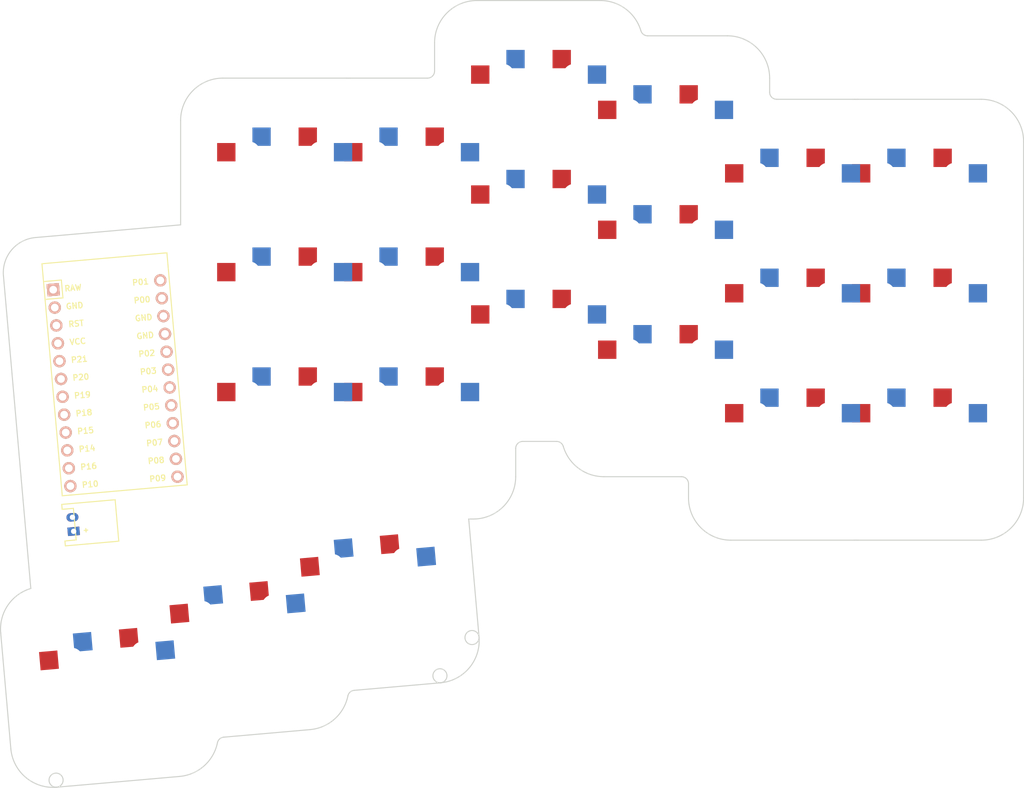
<source format=kicad_pcb>


(kicad_pcb (version 20171130) (host pcbnew 5.1.6)

  (page A3)
  (title_block
    (title "pcbboard")
    (rev "v1.0.0")
    (company "Unknown")
  )

  (general
    (thickness 1.6)
  )

  (layers
    (0 F.Cu signal)
    (31 B.Cu signal)
    (32 B.Adhes user)
    (33 F.Adhes user)
    (34 B.Paste user)
    (35 F.Paste user)
    (36 B.SilkS user)
    (37 F.SilkS user)
    (38 B.Mask user)
    (39 F.Mask user)
    (40 Dwgs.User user)
    (41 Cmts.User user)
    (42 Eco1.User user)
    (43 Eco2.User user)
    (44 Edge.Cuts user)
    (45 Margin user)
    (46 B.CrtYd user)
    (47 F.CrtYd user)
    (48 B.Fab user)
    (49 F.Fab user)
  )

  (setup
    (last_trace_width 0.25)
    (trace_clearance 0.2)
    (zone_clearance 0.508)
    (zone_45_only no)
    (trace_min 0.2)
    (via_size 0.8)
    (via_drill 0.4)
    (via_min_size 0.4)
    (via_min_drill 0.3)
    (uvia_size 0.3)
    (uvia_drill 0.1)
    (uvias_allowed no)
    (uvia_min_size 0.2)
    (uvia_min_drill 0.1)
    (edge_width 0.05)
    (segment_width 0.2)
    (pcb_text_width 0.3)
    (pcb_text_size 1.5 1.5)
    (mod_edge_width 0.12)
    (mod_text_size 1 1)
    (mod_text_width 0.15)
    (pad_size 1.524 1.524)
    (pad_drill 0.762)
    (pad_to_mask_clearance 0.05)
    (aux_axis_origin 0 0)
    (visible_elements FFFFFF7F)
    (pcbplotparams
      (layerselection 0x010fc_ffffffff)
      (usegerberextensions false)
      (usegerberattributes true)
      (usegerberadvancedattributes true)
      (creategerberjobfile true)
      (excludeedgelayer true)
      (linewidth 0.100000)
      (plotframeref false)
      (viasonmask false)
      (mode 1)
      (useauxorigin false)
      (hpglpennumber 1)
      (hpglpenspeed 20)
      (hpglpendiameter 15.000000)
      (psnegative false)
      (psa4output false)
      (plotreference true)
      (plotvalue true)
      (plotinvisibletext false)
      (padsonsilk false)
      (subtractmaskfromsilk false)
      (outputformat 1)
      (mirror false)
      (drillshape 1)
      (scaleselection 1)
      (outputdirectory ""))
  )

  (net 0 "")
(net 1 "GND")
(net 2 "matrix_inner_bottom")
(net 3 "matrix_inner_center")
(net 4 "matrix_inner_top")
(net 5 "matrix_pointer_bottom")
(net 6 "matrix_pointer_center")
(net 7 "matrix_pointer_top")
(net 8 "matrix_middle_bottom")
(net 9 "matrix_middle_center")
(net 10 "matrix_middle_top")
(net 11 "matrix_ring_bottom")
(net 12 "matrix_ring_center")
(net 13 "matrix_ring_top")
(net 14 "matrix_pinky_bottom")
(net 15 "matrix_pinky_center")
(net 16 "matrix_pinky_top")
(net 17 "matrix_outer_bottom")
(net 18 "matrix_outer_center")
(net 19 "matrix_outer_top")
(net 20 "thumb_left")
(net 21 "thumb_middle")
(net 22 "thumb_right")
(net 23 "VCC")
(net 24 "RAW")
(net 25 "RST")
(net 26 "matrix_outer_middle")
(net 27 "matrix_ring_middle")
(net 28 "matrix_middle_middle")
(net 29 "matrix_pointer_middle")
(net 30 "matrix_inner_middle")

  (net_class Default "This is the default net class."
    (clearance 0.2)
    (trace_width 0.25)
    (via_dia 0.8)
    (via_drill 0.4)
    (uvia_dia 0.3)
    (uvia_drill 0.1)
    (add_net "")
(add_net "GND")
(add_net "matrix_inner_bottom")
(add_net "matrix_inner_center")
(add_net "matrix_inner_top")
(add_net "matrix_pointer_bottom")
(add_net "matrix_pointer_center")
(add_net "matrix_pointer_top")
(add_net "matrix_middle_bottom")
(add_net "matrix_middle_center")
(add_net "matrix_middle_top")
(add_net "matrix_ring_bottom")
(add_net "matrix_ring_center")
(add_net "matrix_ring_top")
(add_net "matrix_pinky_bottom")
(add_net "matrix_pinky_center")
(add_net "matrix_pinky_top")
(add_net "matrix_outer_bottom")
(add_net "matrix_outer_center")
(add_net "matrix_outer_top")
(add_net "thumb_left")
(add_net "thumb_middle")
(add_net "thumb_right")
(add_net "VCC")
(add_net "RAW")
(add_net "RST")
(add_net "matrix_outer_middle")
(add_net "matrix_ring_middle")
(add_net "matrix_middle_middle")
(add_net "matrix_pointer_middle")
(add_net "matrix_inner_middle")
  )

  
        
      (module PG1350 (layer F.Cu) (tedit 5DD50112)
      (at 0 0 0)

      
      (fp_text reference "S1" (at 0 0) (layer F.SilkS) hide (effects (font (size 1.27 1.27) (thickness 0.15))))
      (fp_text value "" (at 0 0) (layer F.SilkS) hide (effects (font (size 1.27 1.27) (thickness 0.15))))

      
      (fp_line (start -7 -6) (end -7 -7) (layer Dwgs.User) (width 0.15))
      (fp_line (start -7 7) (end -6 7) (layer Dwgs.User) (width 0.15))
      (fp_line (start -6 -7) (end -7 -7) (layer Dwgs.User) (width 0.15))
      (fp_line (start -7 7) (end -7 6) (layer Dwgs.User) (width 0.15))
      (fp_line (start 7 6) (end 7 7) (layer Dwgs.User) (width 0.15))
      (fp_line (start 7 -7) (end 6 -7) (layer Dwgs.User) (width 0.15))
      (fp_line (start 6 7) (end 7 7) (layer Dwgs.User) (width 0.15))
      (fp_line (start 7 -7) (end 7 -6) (layer Dwgs.User) (width 0.15))      
      
      
      (pad "" np_thru_hole circle (at 0 0) (size 3.429 3.429) (drill 3.429) (layers *.Cu *.Mask))
        
      
      (pad "" np_thru_hole circle (at 5.5 0) (size 1.7018 1.7018) (drill 1.7018) (layers *.Cu *.Mask))
      (pad "" np_thru_hole circle (at -5.5 0) (size 1.7018 1.7018) (drill 1.7018) (layers *.Cu *.Mask))
      
        
      
      (fp_line (start -9 -8.5) (end 9 -8.5) (layer Dwgs.User) (width 0.15))
      (fp_line (start 9 -8.5) (end 9 8.5) (layer Dwgs.User) (width 0.15))
      (fp_line (start 9 8.5) (end -9 8.5) (layer Dwgs.User) (width 0.15))
      (fp_line (start -9 8.5) (end -9 -8.5) (layer Dwgs.User) (width 0.15))
      
        
          
          (pad "" np_thru_hole circle (at 5 -3.75) (size 3 3) (drill 3) (layers *.Cu *.Mask))
          (pad "" np_thru_hole circle (at 0 -5.95) (size 3 3) (drill 3) (layers *.Cu *.Mask))
      
          
          (pad 1 smd rect (at -3.275 -5.95 0) (size 2.6 2.6) (layers B.Cu B.Paste B.Mask)  (net 1 "GND"))
          (pad 2 smd rect (at 8.275 -3.75 0) (size 2.6 2.6) (layers B.Cu B.Paste B.Mask)  (net 2 "matrix_inner_bottom"))
        
        
          
          (pad "" np_thru_hole circle (at -5 -3.75) (size 3 3) (drill 3) (layers *.Cu *.Mask))
          (pad "" np_thru_hole circle (at 0 -5.95) (size 3 3) (drill 3) (layers *.Cu *.Mask))
      
          
          (pad 1 smd rect (at 3.275 -5.95 0) (size 2.6 2.6) (layers F.Cu F.Paste F.Mask)  (net 1 "GND"))
          (pad 2 smd rect (at -8.275 -3.75 0) (size 2.6 2.6) (layers F.Cu F.Paste F.Mask)  (net 2 "matrix_inner_bottom"))
        )
        

        
      (module PG1350 (layer F.Cu) (tedit 5DD50112)
      (at 0 -17 0)

      
      (fp_text reference "S2" (at 0 0) (layer F.SilkS) hide (effects (font (size 1.27 1.27) (thickness 0.15))))
      (fp_text value "" (at 0 0) (layer F.SilkS) hide (effects (font (size 1.27 1.27) (thickness 0.15))))

      
      (fp_line (start -7 -6) (end -7 -7) (layer Dwgs.User) (width 0.15))
      (fp_line (start -7 7) (end -6 7) (layer Dwgs.User) (width 0.15))
      (fp_line (start -6 -7) (end -7 -7) (layer Dwgs.User) (width 0.15))
      (fp_line (start -7 7) (end -7 6) (layer Dwgs.User) (width 0.15))
      (fp_line (start 7 6) (end 7 7) (layer Dwgs.User) (width 0.15))
      (fp_line (start 7 -7) (end 6 -7) (layer Dwgs.User) (width 0.15))
      (fp_line (start 6 7) (end 7 7) (layer Dwgs.User) (width 0.15))
      (fp_line (start 7 -7) (end 7 -6) (layer Dwgs.User) (width 0.15))      
      
      
      (pad "" np_thru_hole circle (at 0 0) (size 3.429 3.429) (drill 3.429) (layers *.Cu *.Mask))
        
      
      (pad "" np_thru_hole circle (at 5.5 0) (size 1.7018 1.7018) (drill 1.7018) (layers *.Cu *.Mask))
      (pad "" np_thru_hole circle (at -5.5 0) (size 1.7018 1.7018) (drill 1.7018) (layers *.Cu *.Mask))
      
        
      
      (fp_line (start -9 -8.5) (end 9 -8.5) (layer Dwgs.User) (width 0.15))
      (fp_line (start 9 -8.5) (end 9 8.5) (layer Dwgs.User) (width 0.15))
      (fp_line (start 9 8.5) (end -9 8.5) (layer Dwgs.User) (width 0.15))
      (fp_line (start -9 8.5) (end -9 -8.5) (layer Dwgs.User) (width 0.15))
      
        
          
          (pad "" np_thru_hole circle (at 5 -3.75) (size 3 3) (drill 3) (layers *.Cu *.Mask))
          (pad "" np_thru_hole circle (at 0 -5.95) (size 3 3) (drill 3) (layers *.Cu *.Mask))
      
          
          (pad 1 smd rect (at -3.275 -5.95 0) (size 2.6 2.6) (layers B.Cu B.Paste B.Mask)  (net 1 "GND"))
          (pad 2 smd rect (at 8.275 -3.75 0) (size 2.6 2.6) (layers B.Cu B.Paste B.Mask)  (net 3 "matrix_inner_center"))
        
        
          
          (pad "" np_thru_hole circle (at -5 -3.75) (size 3 3) (drill 3) (layers *.Cu *.Mask))
          (pad "" np_thru_hole circle (at 0 -5.95) (size 3 3) (drill 3) (layers *.Cu *.Mask))
      
          
          (pad 1 smd rect (at 3.275 -5.95 0) (size 2.6 2.6) (layers F.Cu F.Paste F.Mask)  (net 1 "GND"))
          (pad 2 smd rect (at -8.275 -3.75 0) (size 2.6 2.6) (layers F.Cu F.Paste F.Mask)  (net 3 "matrix_inner_center"))
        )
        

        
      (module PG1350 (layer F.Cu) (tedit 5DD50112)
      (at 0 -34 0)

      
      (fp_text reference "S3" (at 0 0) (layer F.SilkS) hide (effects (font (size 1.27 1.27) (thickness 0.15))))
      (fp_text value "" (at 0 0) (layer F.SilkS) hide (effects (font (size 1.27 1.27) (thickness 0.15))))

      
      (fp_line (start -7 -6) (end -7 -7) (layer Dwgs.User) (width 0.15))
      (fp_line (start -7 7) (end -6 7) (layer Dwgs.User) (width 0.15))
      (fp_line (start -6 -7) (end -7 -7) (layer Dwgs.User) (width 0.15))
      (fp_line (start -7 7) (end -7 6) (layer Dwgs.User) (width 0.15))
      (fp_line (start 7 6) (end 7 7) (layer Dwgs.User) (width 0.15))
      (fp_line (start 7 -7) (end 6 -7) (layer Dwgs.User) (width 0.15))
      (fp_line (start 6 7) (end 7 7) (layer Dwgs.User) (width 0.15))
      (fp_line (start 7 -7) (end 7 -6) (layer Dwgs.User) (width 0.15))      
      
      
      (pad "" np_thru_hole circle (at 0 0) (size 3.429 3.429) (drill 3.429) (layers *.Cu *.Mask))
        
      
      (pad "" np_thru_hole circle (at 5.5 0) (size 1.7018 1.7018) (drill 1.7018) (layers *.Cu *.Mask))
      (pad "" np_thru_hole circle (at -5.5 0) (size 1.7018 1.7018) (drill 1.7018) (layers *.Cu *.Mask))
      
        
      
      (fp_line (start -9 -8.5) (end 9 -8.5) (layer Dwgs.User) (width 0.15))
      (fp_line (start 9 -8.5) (end 9 8.5) (layer Dwgs.User) (width 0.15))
      (fp_line (start 9 8.5) (end -9 8.5) (layer Dwgs.User) (width 0.15))
      (fp_line (start -9 8.5) (end -9 -8.5) (layer Dwgs.User) (width 0.15))
      
        
          
          (pad "" np_thru_hole circle (at 5 -3.75) (size 3 3) (drill 3) (layers *.Cu *.Mask))
          (pad "" np_thru_hole circle (at 0 -5.95) (size 3 3) (drill 3) (layers *.Cu *.Mask))
      
          
          (pad 1 smd rect (at -3.275 -5.95 0) (size 2.6 2.6) (layers B.Cu B.Paste B.Mask)  (net 1 "GND"))
          (pad 2 smd rect (at 8.275 -3.75 0) (size 2.6 2.6) (layers B.Cu B.Paste B.Mask)  (net 4 "matrix_inner_top"))
        
        
          
          (pad "" np_thru_hole circle (at -5 -3.75) (size 3 3) (drill 3) (layers *.Cu *.Mask))
          (pad "" np_thru_hole circle (at 0 -5.95) (size 3 3) (drill 3) (layers *.Cu *.Mask))
      
          
          (pad 1 smd rect (at 3.275 -5.95 0) (size 2.6 2.6) (layers F.Cu F.Paste F.Mask)  (net 1 "GND"))
          (pad 2 smd rect (at -8.275 -3.75 0) (size 2.6 2.6) (layers F.Cu F.Paste F.Mask)  (net 4 "matrix_inner_top"))
        )
        

        
      (module PG1350 (layer F.Cu) (tedit 5DD50112)
      (at 18 0 0)

      
      (fp_text reference "S4" (at 0 0) (layer F.SilkS) hide (effects (font (size 1.27 1.27) (thickness 0.15))))
      (fp_text value "" (at 0 0) (layer F.SilkS) hide (effects (font (size 1.27 1.27) (thickness 0.15))))

      
      (fp_line (start -7 -6) (end -7 -7) (layer Dwgs.User) (width 0.15))
      (fp_line (start -7 7) (end -6 7) (layer Dwgs.User) (width 0.15))
      (fp_line (start -6 -7) (end -7 -7) (layer Dwgs.User) (width 0.15))
      (fp_line (start -7 7) (end -7 6) (layer Dwgs.User) (width 0.15))
      (fp_line (start 7 6) (end 7 7) (layer Dwgs.User) (width 0.15))
      (fp_line (start 7 -7) (end 6 -7) (layer Dwgs.User) (width 0.15))
      (fp_line (start 6 7) (end 7 7) (layer Dwgs.User) (width 0.15))
      (fp_line (start 7 -7) (end 7 -6) (layer Dwgs.User) (width 0.15))      
      
      
      (pad "" np_thru_hole circle (at 0 0) (size 3.429 3.429) (drill 3.429) (layers *.Cu *.Mask))
        
      
      (pad "" np_thru_hole circle (at 5.5 0) (size 1.7018 1.7018) (drill 1.7018) (layers *.Cu *.Mask))
      (pad "" np_thru_hole circle (at -5.5 0) (size 1.7018 1.7018) (drill 1.7018) (layers *.Cu *.Mask))
      
        
      
      (fp_line (start -9 -8.5) (end 9 -8.5) (layer Dwgs.User) (width 0.15))
      (fp_line (start 9 -8.5) (end 9 8.5) (layer Dwgs.User) (width 0.15))
      (fp_line (start 9 8.5) (end -9 8.5) (layer Dwgs.User) (width 0.15))
      (fp_line (start -9 8.5) (end -9 -8.5) (layer Dwgs.User) (width 0.15))
      
        
          
          (pad "" np_thru_hole circle (at 5 -3.75) (size 3 3) (drill 3) (layers *.Cu *.Mask))
          (pad "" np_thru_hole circle (at 0 -5.95) (size 3 3) (drill 3) (layers *.Cu *.Mask))
      
          
          (pad 1 smd rect (at -3.275 -5.95 0) (size 2.6 2.6) (layers B.Cu B.Paste B.Mask)  (net 1 "GND"))
          (pad 2 smd rect (at 8.275 -3.75 0) (size 2.6 2.6) (layers B.Cu B.Paste B.Mask)  (net 5 "matrix_pointer_bottom"))
        
        
          
          (pad "" np_thru_hole circle (at -5 -3.75) (size 3 3) (drill 3) (layers *.Cu *.Mask))
          (pad "" np_thru_hole circle (at 0 -5.95) (size 3 3) (drill 3) (layers *.Cu *.Mask))
      
          
          (pad 1 smd rect (at 3.275 -5.95 0) (size 2.6 2.6) (layers F.Cu F.Paste F.Mask)  (net 1 "GND"))
          (pad 2 smd rect (at -8.275 -3.75 0) (size 2.6 2.6) (layers F.Cu F.Paste F.Mask)  (net 5 "matrix_pointer_bottom"))
        )
        

        
      (module PG1350 (layer F.Cu) (tedit 5DD50112)
      (at 18 -17 0)

      
      (fp_text reference "S5" (at 0 0) (layer F.SilkS) hide (effects (font (size 1.27 1.27) (thickness 0.15))))
      (fp_text value "" (at 0 0) (layer F.SilkS) hide (effects (font (size 1.27 1.27) (thickness 0.15))))

      
      (fp_line (start -7 -6) (end -7 -7) (layer Dwgs.User) (width 0.15))
      (fp_line (start -7 7) (end -6 7) (layer Dwgs.User) (width 0.15))
      (fp_line (start -6 -7) (end -7 -7) (layer Dwgs.User) (width 0.15))
      (fp_line (start -7 7) (end -7 6) (layer Dwgs.User) (width 0.15))
      (fp_line (start 7 6) (end 7 7) (layer Dwgs.User) (width 0.15))
      (fp_line (start 7 -7) (end 6 -7) (layer Dwgs.User) (width 0.15))
      (fp_line (start 6 7) (end 7 7) (layer Dwgs.User) (width 0.15))
      (fp_line (start 7 -7) (end 7 -6) (layer Dwgs.User) (width 0.15))      
      
      
      (pad "" np_thru_hole circle (at 0 0) (size 3.429 3.429) (drill 3.429) (layers *.Cu *.Mask))
        
      
      (pad "" np_thru_hole circle (at 5.5 0) (size 1.7018 1.7018) (drill 1.7018) (layers *.Cu *.Mask))
      (pad "" np_thru_hole circle (at -5.5 0) (size 1.7018 1.7018) (drill 1.7018) (layers *.Cu *.Mask))
      
        
      
      (fp_line (start -9 -8.5) (end 9 -8.5) (layer Dwgs.User) (width 0.15))
      (fp_line (start 9 -8.5) (end 9 8.5) (layer Dwgs.User) (width 0.15))
      (fp_line (start 9 8.5) (end -9 8.5) (layer Dwgs.User) (width 0.15))
      (fp_line (start -9 8.5) (end -9 -8.5) (layer Dwgs.User) (width 0.15))
      
        
          
          (pad "" np_thru_hole circle (at 5 -3.75) (size 3 3) (drill 3) (layers *.Cu *.Mask))
          (pad "" np_thru_hole circle (at 0 -5.95) (size 3 3) (drill 3) (layers *.Cu *.Mask))
      
          
          (pad 1 smd rect (at -3.275 -5.95 0) (size 2.6 2.6) (layers B.Cu B.Paste B.Mask)  (net 1 "GND"))
          (pad 2 smd rect (at 8.275 -3.75 0) (size 2.6 2.6) (layers B.Cu B.Paste B.Mask)  (net 6 "matrix_pointer_center"))
        
        
          
          (pad "" np_thru_hole circle (at -5 -3.75) (size 3 3) (drill 3) (layers *.Cu *.Mask))
          (pad "" np_thru_hole circle (at 0 -5.95) (size 3 3) (drill 3) (layers *.Cu *.Mask))
      
          
          (pad 1 smd rect (at 3.275 -5.95 0) (size 2.6 2.6) (layers F.Cu F.Paste F.Mask)  (net 1 "GND"))
          (pad 2 smd rect (at -8.275 -3.75 0) (size 2.6 2.6) (layers F.Cu F.Paste F.Mask)  (net 6 "matrix_pointer_center"))
        )
        

        
      (module PG1350 (layer F.Cu) (tedit 5DD50112)
      (at 18 -34 0)

      
      (fp_text reference "S6" (at 0 0) (layer F.SilkS) hide (effects (font (size 1.27 1.27) (thickness 0.15))))
      (fp_text value "" (at 0 0) (layer F.SilkS) hide (effects (font (size 1.27 1.27) (thickness 0.15))))

      
      (fp_line (start -7 -6) (end -7 -7) (layer Dwgs.User) (width 0.15))
      (fp_line (start -7 7) (end -6 7) (layer Dwgs.User) (width 0.15))
      (fp_line (start -6 -7) (end -7 -7) (layer Dwgs.User) (width 0.15))
      (fp_line (start -7 7) (end -7 6) (layer Dwgs.User) (width 0.15))
      (fp_line (start 7 6) (end 7 7) (layer Dwgs.User) (width 0.15))
      (fp_line (start 7 -7) (end 6 -7) (layer Dwgs.User) (width 0.15))
      (fp_line (start 6 7) (end 7 7) (layer Dwgs.User) (width 0.15))
      (fp_line (start 7 -7) (end 7 -6) (layer Dwgs.User) (width 0.15))      
      
      
      (pad "" np_thru_hole circle (at 0 0) (size 3.429 3.429) (drill 3.429) (layers *.Cu *.Mask))
        
      
      (pad "" np_thru_hole circle (at 5.5 0) (size 1.7018 1.7018) (drill 1.7018) (layers *.Cu *.Mask))
      (pad "" np_thru_hole circle (at -5.5 0) (size 1.7018 1.7018) (drill 1.7018) (layers *.Cu *.Mask))
      
        
      
      (fp_line (start -9 -8.5) (end 9 -8.5) (layer Dwgs.User) (width 0.15))
      (fp_line (start 9 -8.5) (end 9 8.5) (layer Dwgs.User) (width 0.15))
      (fp_line (start 9 8.5) (end -9 8.5) (layer Dwgs.User) (width 0.15))
      (fp_line (start -9 8.5) (end -9 -8.5) (layer Dwgs.User) (width 0.15))
      
        
          
          (pad "" np_thru_hole circle (at 5 -3.75) (size 3 3) (drill 3) (layers *.Cu *.Mask))
          (pad "" np_thru_hole circle (at 0 -5.95) (size 3 3) (drill 3) (layers *.Cu *.Mask))
      
          
          (pad 1 smd rect (at -3.275 -5.95 0) (size 2.6 2.6) (layers B.Cu B.Paste B.Mask)  (net 1 "GND"))
          (pad 2 smd rect (at 8.275 -3.75 0) (size 2.6 2.6) (layers B.Cu B.Paste B.Mask)  (net 7 "matrix_pointer_top"))
        
        
          
          (pad "" np_thru_hole circle (at -5 -3.75) (size 3 3) (drill 3) (layers *.Cu *.Mask))
          (pad "" np_thru_hole circle (at 0 -5.95) (size 3 3) (drill 3) (layers *.Cu *.Mask))
      
          
          (pad 1 smd rect (at 3.275 -5.95 0) (size 2.6 2.6) (layers F.Cu F.Paste F.Mask)  (net 1 "GND"))
          (pad 2 smd rect (at -8.275 -3.75 0) (size 2.6 2.6) (layers F.Cu F.Paste F.Mask)  (net 7 "matrix_pointer_top"))
        )
        

        
      (module PG1350 (layer F.Cu) (tedit 5DD50112)
      (at 36 -11 0)

      
      (fp_text reference "S7" (at 0 0) (layer F.SilkS) hide (effects (font (size 1.27 1.27) (thickness 0.15))))
      (fp_text value "" (at 0 0) (layer F.SilkS) hide (effects (font (size 1.27 1.27) (thickness 0.15))))

      
      (fp_line (start -7 -6) (end -7 -7) (layer Dwgs.User) (width 0.15))
      (fp_line (start -7 7) (end -6 7) (layer Dwgs.User) (width 0.15))
      (fp_line (start -6 -7) (end -7 -7) (layer Dwgs.User) (width 0.15))
      (fp_line (start -7 7) (end -7 6) (layer Dwgs.User) (width 0.15))
      (fp_line (start 7 6) (end 7 7) (layer Dwgs.User) (width 0.15))
      (fp_line (start 7 -7) (end 6 -7) (layer Dwgs.User) (width 0.15))
      (fp_line (start 6 7) (end 7 7) (layer Dwgs.User) (width 0.15))
      (fp_line (start 7 -7) (end 7 -6) (layer Dwgs.User) (width 0.15))      
      
      
      (pad "" np_thru_hole circle (at 0 0) (size 3.429 3.429) (drill 3.429) (layers *.Cu *.Mask))
        
      
      (pad "" np_thru_hole circle (at 5.5 0) (size 1.7018 1.7018) (drill 1.7018) (layers *.Cu *.Mask))
      (pad "" np_thru_hole circle (at -5.5 0) (size 1.7018 1.7018) (drill 1.7018) (layers *.Cu *.Mask))
      
        
      
      (fp_line (start -9 -8.5) (end 9 -8.5) (layer Dwgs.User) (width 0.15))
      (fp_line (start 9 -8.5) (end 9 8.5) (layer Dwgs.User) (width 0.15))
      (fp_line (start 9 8.5) (end -9 8.5) (layer Dwgs.User) (width 0.15))
      (fp_line (start -9 8.5) (end -9 -8.5) (layer Dwgs.User) (width 0.15))
      
        
          
          (pad "" np_thru_hole circle (at 5 -3.75) (size 3 3) (drill 3) (layers *.Cu *.Mask))
          (pad "" np_thru_hole circle (at 0 -5.95) (size 3 3) (drill 3) (layers *.Cu *.Mask))
      
          
          (pad 1 smd rect (at -3.275 -5.95 0) (size 2.6 2.6) (layers B.Cu B.Paste B.Mask)  (net 1 "GND"))
          (pad 2 smd rect (at 8.275 -3.75 0) (size 2.6 2.6) (layers B.Cu B.Paste B.Mask)  (net 8 "matrix_middle_bottom"))
        
        
          
          (pad "" np_thru_hole circle (at -5 -3.75) (size 3 3) (drill 3) (layers *.Cu *.Mask))
          (pad "" np_thru_hole circle (at 0 -5.95) (size 3 3) (drill 3) (layers *.Cu *.Mask))
      
          
          (pad 1 smd rect (at 3.275 -5.95 0) (size 2.6 2.6) (layers F.Cu F.Paste F.Mask)  (net 1 "GND"))
          (pad 2 smd rect (at -8.275 -3.75 0) (size 2.6 2.6) (layers F.Cu F.Paste F.Mask)  (net 8 "matrix_middle_bottom"))
        )
        

        
      (module PG1350 (layer F.Cu) (tedit 5DD50112)
      (at 36 -28 0)

      
      (fp_text reference "S8" (at 0 0) (layer F.SilkS) hide (effects (font (size 1.27 1.27) (thickness 0.15))))
      (fp_text value "" (at 0 0) (layer F.SilkS) hide (effects (font (size 1.27 1.27) (thickness 0.15))))

      
      (fp_line (start -7 -6) (end -7 -7) (layer Dwgs.User) (width 0.15))
      (fp_line (start -7 7) (end -6 7) (layer Dwgs.User) (width 0.15))
      (fp_line (start -6 -7) (end -7 -7) (layer Dwgs.User) (width 0.15))
      (fp_line (start -7 7) (end -7 6) (layer Dwgs.User) (width 0.15))
      (fp_line (start 7 6) (end 7 7) (layer Dwgs.User) (width 0.15))
      (fp_line (start 7 -7) (end 6 -7) (layer Dwgs.User) (width 0.15))
      (fp_line (start 6 7) (end 7 7) (layer Dwgs.User) (width 0.15))
      (fp_line (start 7 -7) (end 7 -6) (layer Dwgs.User) (width 0.15))      
      
      
      (pad "" np_thru_hole circle (at 0 0) (size 3.429 3.429) (drill 3.429) (layers *.Cu *.Mask))
        
      
      (pad "" np_thru_hole circle (at 5.5 0) (size 1.7018 1.7018) (drill 1.7018) (layers *.Cu *.Mask))
      (pad "" np_thru_hole circle (at -5.5 0) (size 1.7018 1.7018) (drill 1.7018) (layers *.Cu *.Mask))
      
        
      
      (fp_line (start -9 -8.5) (end 9 -8.5) (layer Dwgs.User) (width 0.15))
      (fp_line (start 9 -8.5) (end 9 8.5) (layer Dwgs.User) (width 0.15))
      (fp_line (start 9 8.5) (end -9 8.5) (layer Dwgs.User) (width 0.15))
      (fp_line (start -9 8.5) (end -9 -8.5) (layer Dwgs.User) (width 0.15))
      
        
          
          (pad "" np_thru_hole circle (at 5 -3.75) (size 3 3) (drill 3) (layers *.Cu *.Mask))
          (pad "" np_thru_hole circle (at 0 -5.95) (size 3 3) (drill 3) (layers *.Cu *.Mask))
      
          
          (pad 1 smd rect (at -3.275 -5.95 0) (size 2.6 2.6) (layers B.Cu B.Paste B.Mask)  (net 1 "GND"))
          (pad 2 smd rect (at 8.275 -3.75 0) (size 2.6 2.6) (layers B.Cu B.Paste B.Mask)  (net 9 "matrix_middle_center"))
        
        
          
          (pad "" np_thru_hole circle (at -5 -3.75) (size 3 3) (drill 3) (layers *.Cu *.Mask))
          (pad "" np_thru_hole circle (at 0 -5.95) (size 3 3) (drill 3) (layers *.Cu *.Mask))
      
          
          (pad 1 smd rect (at 3.275 -5.95 0) (size 2.6 2.6) (layers F.Cu F.Paste F.Mask)  (net 1 "GND"))
          (pad 2 smd rect (at -8.275 -3.75 0) (size 2.6 2.6) (layers F.Cu F.Paste F.Mask)  (net 9 "matrix_middle_center"))
        )
        

        
      (module PG1350 (layer F.Cu) (tedit 5DD50112)
      (at 36 -45 0)

      
      (fp_text reference "S9" (at 0 0) (layer F.SilkS) hide (effects (font (size 1.27 1.27) (thickness 0.15))))
      (fp_text value "" (at 0 0) (layer F.SilkS) hide (effects (font (size 1.27 1.27) (thickness 0.15))))

      
      (fp_line (start -7 -6) (end -7 -7) (layer Dwgs.User) (width 0.15))
      (fp_line (start -7 7) (end -6 7) (layer Dwgs.User) (width 0.15))
      (fp_line (start -6 -7) (end -7 -7) (layer Dwgs.User) (width 0.15))
      (fp_line (start -7 7) (end -7 6) (layer Dwgs.User) (width 0.15))
      (fp_line (start 7 6) (end 7 7) (layer Dwgs.User) (width 0.15))
      (fp_line (start 7 -7) (end 6 -7) (layer Dwgs.User) (width 0.15))
      (fp_line (start 6 7) (end 7 7) (layer Dwgs.User) (width 0.15))
      (fp_line (start 7 -7) (end 7 -6) (layer Dwgs.User) (width 0.15))      
      
      
      (pad "" np_thru_hole circle (at 0 0) (size 3.429 3.429) (drill 3.429) (layers *.Cu *.Mask))
        
      
      (pad "" np_thru_hole circle (at 5.5 0) (size 1.7018 1.7018) (drill 1.7018) (layers *.Cu *.Mask))
      (pad "" np_thru_hole circle (at -5.5 0) (size 1.7018 1.7018) (drill 1.7018) (layers *.Cu *.Mask))
      
        
      
      (fp_line (start -9 -8.5) (end 9 -8.5) (layer Dwgs.User) (width 0.15))
      (fp_line (start 9 -8.5) (end 9 8.5) (layer Dwgs.User) (width 0.15))
      (fp_line (start 9 8.5) (end -9 8.5) (layer Dwgs.User) (width 0.15))
      (fp_line (start -9 8.5) (end -9 -8.5) (layer Dwgs.User) (width 0.15))
      
        
          
          (pad "" np_thru_hole circle (at 5 -3.75) (size 3 3) (drill 3) (layers *.Cu *.Mask))
          (pad "" np_thru_hole circle (at 0 -5.95) (size 3 3) (drill 3) (layers *.Cu *.Mask))
      
          
          (pad 1 smd rect (at -3.275 -5.95 0) (size 2.6 2.6) (layers B.Cu B.Paste B.Mask)  (net 1 "GND"))
          (pad 2 smd rect (at 8.275 -3.75 0) (size 2.6 2.6) (layers B.Cu B.Paste B.Mask)  (net 10 "matrix_middle_top"))
        
        
          
          (pad "" np_thru_hole circle (at -5 -3.75) (size 3 3) (drill 3) (layers *.Cu *.Mask))
          (pad "" np_thru_hole circle (at 0 -5.95) (size 3 3) (drill 3) (layers *.Cu *.Mask))
      
          
          (pad 1 smd rect (at 3.275 -5.95 0) (size 2.6 2.6) (layers F.Cu F.Paste F.Mask)  (net 1 "GND"))
          (pad 2 smd rect (at -8.275 -3.75 0) (size 2.6 2.6) (layers F.Cu F.Paste F.Mask)  (net 10 "matrix_middle_top"))
        )
        

        
      (module PG1350 (layer F.Cu) (tedit 5DD50112)
      (at 54 -6 0)

      
      (fp_text reference "S10" (at 0 0) (layer F.SilkS) hide (effects (font (size 1.27 1.27) (thickness 0.15))))
      (fp_text value "" (at 0 0) (layer F.SilkS) hide (effects (font (size 1.27 1.27) (thickness 0.15))))

      
      (fp_line (start -7 -6) (end -7 -7) (layer Dwgs.User) (width 0.15))
      (fp_line (start -7 7) (end -6 7) (layer Dwgs.User) (width 0.15))
      (fp_line (start -6 -7) (end -7 -7) (layer Dwgs.User) (width 0.15))
      (fp_line (start -7 7) (end -7 6) (layer Dwgs.User) (width 0.15))
      (fp_line (start 7 6) (end 7 7) (layer Dwgs.User) (width 0.15))
      (fp_line (start 7 -7) (end 6 -7) (layer Dwgs.User) (width 0.15))
      (fp_line (start 6 7) (end 7 7) (layer Dwgs.User) (width 0.15))
      (fp_line (start 7 -7) (end 7 -6) (layer Dwgs.User) (width 0.15))      
      
      
      (pad "" np_thru_hole circle (at 0 0) (size 3.429 3.429) (drill 3.429) (layers *.Cu *.Mask))
        
      
      (pad "" np_thru_hole circle (at 5.5 0) (size 1.7018 1.7018) (drill 1.7018) (layers *.Cu *.Mask))
      (pad "" np_thru_hole circle (at -5.5 0) (size 1.7018 1.7018) (drill 1.7018) (layers *.Cu *.Mask))
      
        
      
      (fp_line (start -9 -8.5) (end 9 -8.5) (layer Dwgs.User) (width 0.15))
      (fp_line (start 9 -8.5) (end 9 8.5) (layer Dwgs.User) (width 0.15))
      (fp_line (start 9 8.5) (end -9 8.5) (layer Dwgs.User) (width 0.15))
      (fp_line (start -9 8.5) (end -9 -8.5) (layer Dwgs.User) (width 0.15))
      
        
          
          (pad "" np_thru_hole circle (at 5 -3.75) (size 3 3) (drill 3) (layers *.Cu *.Mask))
          (pad "" np_thru_hole circle (at 0 -5.95) (size 3 3) (drill 3) (layers *.Cu *.Mask))
      
          
          (pad 1 smd rect (at -3.275 -5.95 0) (size 2.6 2.6) (layers B.Cu B.Paste B.Mask)  (net 1 "GND"))
          (pad 2 smd rect (at 8.275 -3.75 0) (size 2.6 2.6) (layers B.Cu B.Paste B.Mask)  (net 11 "matrix_ring_bottom"))
        
        
          
          (pad "" np_thru_hole circle (at -5 -3.75) (size 3 3) (drill 3) (layers *.Cu *.Mask))
          (pad "" np_thru_hole circle (at 0 -5.95) (size 3 3) (drill 3) (layers *.Cu *.Mask))
      
          
          (pad 1 smd rect (at 3.275 -5.95 0) (size 2.6 2.6) (layers F.Cu F.Paste F.Mask)  (net 1 "GND"))
          (pad 2 smd rect (at -8.275 -3.75 0) (size 2.6 2.6) (layers F.Cu F.Paste F.Mask)  (net 11 "matrix_ring_bottom"))
        )
        

        
      (module PG1350 (layer F.Cu) (tedit 5DD50112)
      (at 54 -23 0)

      
      (fp_text reference "S11" (at 0 0) (layer F.SilkS) hide (effects (font (size 1.27 1.27) (thickness 0.15))))
      (fp_text value "" (at 0 0) (layer F.SilkS) hide (effects (font (size 1.27 1.27) (thickness 0.15))))

      
      (fp_line (start -7 -6) (end -7 -7) (layer Dwgs.User) (width 0.15))
      (fp_line (start -7 7) (end -6 7) (layer Dwgs.User) (width 0.15))
      (fp_line (start -6 -7) (end -7 -7) (layer Dwgs.User) (width 0.15))
      (fp_line (start -7 7) (end -7 6) (layer Dwgs.User) (width 0.15))
      (fp_line (start 7 6) (end 7 7) (layer Dwgs.User) (width 0.15))
      (fp_line (start 7 -7) (end 6 -7) (layer Dwgs.User) (width 0.15))
      (fp_line (start 6 7) (end 7 7) (layer Dwgs.User) (width 0.15))
      (fp_line (start 7 -7) (end 7 -6) (layer Dwgs.User) (width 0.15))      
      
      
      (pad "" np_thru_hole circle (at 0 0) (size 3.429 3.429) (drill 3.429) (layers *.Cu *.Mask))
        
      
      (pad "" np_thru_hole circle (at 5.5 0) (size 1.7018 1.7018) (drill 1.7018) (layers *.Cu *.Mask))
      (pad "" np_thru_hole circle (at -5.5 0) (size 1.7018 1.7018) (drill 1.7018) (layers *.Cu *.Mask))
      
        
      
      (fp_line (start -9 -8.5) (end 9 -8.5) (layer Dwgs.User) (width 0.15))
      (fp_line (start 9 -8.5) (end 9 8.5) (layer Dwgs.User) (width 0.15))
      (fp_line (start 9 8.5) (end -9 8.5) (layer Dwgs.User) (width 0.15))
      (fp_line (start -9 8.5) (end -9 -8.5) (layer Dwgs.User) (width 0.15))
      
        
          
          (pad "" np_thru_hole circle (at 5 -3.75) (size 3 3) (drill 3) (layers *.Cu *.Mask))
          (pad "" np_thru_hole circle (at 0 -5.95) (size 3 3) (drill 3) (layers *.Cu *.Mask))
      
          
          (pad 1 smd rect (at -3.275 -5.95 0) (size 2.6 2.6) (layers B.Cu B.Paste B.Mask)  (net 1 "GND"))
          (pad 2 smd rect (at 8.275 -3.75 0) (size 2.6 2.6) (layers B.Cu B.Paste B.Mask)  (net 12 "matrix_ring_center"))
        
        
          
          (pad "" np_thru_hole circle (at -5 -3.75) (size 3 3) (drill 3) (layers *.Cu *.Mask))
          (pad "" np_thru_hole circle (at 0 -5.95) (size 3 3) (drill 3) (layers *.Cu *.Mask))
      
          
          (pad 1 smd rect (at 3.275 -5.95 0) (size 2.6 2.6) (layers F.Cu F.Paste F.Mask)  (net 1 "GND"))
          (pad 2 smd rect (at -8.275 -3.75 0) (size 2.6 2.6) (layers F.Cu F.Paste F.Mask)  (net 12 "matrix_ring_center"))
        )
        

        
      (module PG1350 (layer F.Cu) (tedit 5DD50112)
      (at 54 -40 0)

      
      (fp_text reference "S12" (at 0 0) (layer F.SilkS) hide (effects (font (size 1.27 1.27) (thickness 0.15))))
      (fp_text value "" (at 0 0) (layer F.SilkS) hide (effects (font (size 1.27 1.27) (thickness 0.15))))

      
      (fp_line (start -7 -6) (end -7 -7) (layer Dwgs.User) (width 0.15))
      (fp_line (start -7 7) (end -6 7) (layer Dwgs.User) (width 0.15))
      (fp_line (start -6 -7) (end -7 -7) (layer Dwgs.User) (width 0.15))
      (fp_line (start -7 7) (end -7 6) (layer Dwgs.User) (width 0.15))
      (fp_line (start 7 6) (end 7 7) (layer Dwgs.User) (width 0.15))
      (fp_line (start 7 -7) (end 6 -7) (layer Dwgs.User) (width 0.15))
      (fp_line (start 6 7) (end 7 7) (layer Dwgs.User) (width 0.15))
      (fp_line (start 7 -7) (end 7 -6) (layer Dwgs.User) (width 0.15))      
      
      
      (pad "" np_thru_hole circle (at 0 0) (size 3.429 3.429) (drill 3.429) (layers *.Cu *.Mask))
        
      
      (pad "" np_thru_hole circle (at 5.5 0) (size 1.7018 1.7018) (drill 1.7018) (layers *.Cu *.Mask))
      (pad "" np_thru_hole circle (at -5.5 0) (size 1.7018 1.7018) (drill 1.7018) (layers *.Cu *.Mask))
      
        
      
      (fp_line (start -9 -8.5) (end 9 -8.5) (layer Dwgs.User) (width 0.15))
      (fp_line (start 9 -8.5) (end 9 8.5) (layer Dwgs.User) (width 0.15))
      (fp_line (start 9 8.5) (end -9 8.5) (layer Dwgs.User) (width 0.15))
      (fp_line (start -9 8.5) (end -9 -8.5) (layer Dwgs.User) (width 0.15))
      
        
          
          (pad "" np_thru_hole circle (at 5 -3.75) (size 3 3) (drill 3) (layers *.Cu *.Mask))
          (pad "" np_thru_hole circle (at 0 -5.95) (size 3 3) (drill 3) (layers *.Cu *.Mask))
      
          
          (pad 1 smd rect (at -3.275 -5.95 0) (size 2.6 2.6) (layers B.Cu B.Paste B.Mask)  (net 1 "GND"))
          (pad 2 smd rect (at 8.275 -3.75 0) (size 2.6 2.6) (layers B.Cu B.Paste B.Mask)  (net 13 "matrix_ring_top"))
        
        
          
          (pad "" np_thru_hole circle (at -5 -3.75) (size 3 3) (drill 3) (layers *.Cu *.Mask))
          (pad "" np_thru_hole circle (at 0 -5.95) (size 3 3) (drill 3) (layers *.Cu *.Mask))
      
          
          (pad 1 smd rect (at 3.275 -5.95 0) (size 2.6 2.6) (layers F.Cu F.Paste F.Mask)  (net 1 "GND"))
          (pad 2 smd rect (at -8.275 -3.75 0) (size 2.6 2.6) (layers F.Cu F.Paste F.Mask)  (net 13 "matrix_ring_top"))
        )
        

        
      (module PG1350 (layer F.Cu) (tedit 5DD50112)
      (at 72 3 0)

      
      (fp_text reference "S13" (at 0 0) (layer F.SilkS) hide (effects (font (size 1.27 1.27) (thickness 0.15))))
      (fp_text value "" (at 0 0) (layer F.SilkS) hide (effects (font (size 1.27 1.27) (thickness 0.15))))

      
      (fp_line (start -7 -6) (end -7 -7) (layer Dwgs.User) (width 0.15))
      (fp_line (start -7 7) (end -6 7) (layer Dwgs.User) (width 0.15))
      (fp_line (start -6 -7) (end -7 -7) (layer Dwgs.User) (width 0.15))
      (fp_line (start -7 7) (end -7 6) (layer Dwgs.User) (width 0.15))
      (fp_line (start 7 6) (end 7 7) (layer Dwgs.User) (width 0.15))
      (fp_line (start 7 -7) (end 6 -7) (layer Dwgs.User) (width 0.15))
      (fp_line (start 6 7) (end 7 7) (layer Dwgs.User) (width 0.15))
      (fp_line (start 7 -7) (end 7 -6) (layer Dwgs.User) (width 0.15))      
      
      
      (pad "" np_thru_hole circle (at 0 0) (size 3.429 3.429) (drill 3.429) (layers *.Cu *.Mask))
        
      
      (pad "" np_thru_hole circle (at 5.5 0) (size 1.7018 1.7018) (drill 1.7018) (layers *.Cu *.Mask))
      (pad "" np_thru_hole circle (at -5.5 0) (size 1.7018 1.7018) (drill 1.7018) (layers *.Cu *.Mask))
      
        
      
      (fp_line (start -9 -8.5) (end 9 -8.5) (layer Dwgs.User) (width 0.15))
      (fp_line (start 9 -8.5) (end 9 8.5) (layer Dwgs.User) (width 0.15))
      (fp_line (start 9 8.5) (end -9 8.5) (layer Dwgs.User) (width 0.15))
      (fp_line (start -9 8.5) (end -9 -8.5) (layer Dwgs.User) (width 0.15))
      
        
          
          (pad "" np_thru_hole circle (at 5 -3.75) (size 3 3) (drill 3) (layers *.Cu *.Mask))
          (pad "" np_thru_hole circle (at 0 -5.95) (size 3 3) (drill 3) (layers *.Cu *.Mask))
      
          
          (pad 1 smd rect (at -3.275 -5.95 0) (size 2.6 2.6) (layers B.Cu B.Paste B.Mask)  (net 1 "GND"))
          (pad 2 smd rect (at 8.275 -3.75 0) (size 2.6 2.6) (layers B.Cu B.Paste B.Mask)  (net 14 "matrix_pinky_bottom"))
        
        
          
          (pad "" np_thru_hole circle (at -5 -3.75) (size 3 3) (drill 3) (layers *.Cu *.Mask))
          (pad "" np_thru_hole circle (at 0 -5.95) (size 3 3) (drill 3) (layers *.Cu *.Mask))
      
          
          (pad 1 smd rect (at 3.275 -5.95 0) (size 2.6 2.6) (layers F.Cu F.Paste F.Mask)  (net 1 "GND"))
          (pad 2 smd rect (at -8.275 -3.75 0) (size 2.6 2.6) (layers F.Cu F.Paste F.Mask)  (net 14 "matrix_pinky_bottom"))
        )
        

        
      (module PG1350 (layer F.Cu) (tedit 5DD50112)
      (at 72 -14 0)

      
      (fp_text reference "S14" (at 0 0) (layer F.SilkS) hide (effects (font (size 1.27 1.27) (thickness 0.15))))
      (fp_text value "" (at 0 0) (layer F.SilkS) hide (effects (font (size 1.27 1.27) (thickness 0.15))))

      
      (fp_line (start -7 -6) (end -7 -7) (layer Dwgs.User) (width 0.15))
      (fp_line (start -7 7) (end -6 7) (layer Dwgs.User) (width 0.15))
      (fp_line (start -6 -7) (end -7 -7) (layer Dwgs.User) (width 0.15))
      (fp_line (start -7 7) (end -7 6) (layer Dwgs.User) (width 0.15))
      (fp_line (start 7 6) (end 7 7) (layer Dwgs.User) (width 0.15))
      (fp_line (start 7 -7) (end 6 -7) (layer Dwgs.User) (width 0.15))
      (fp_line (start 6 7) (end 7 7) (layer Dwgs.User) (width 0.15))
      (fp_line (start 7 -7) (end 7 -6) (layer Dwgs.User) (width 0.15))      
      
      
      (pad "" np_thru_hole circle (at 0 0) (size 3.429 3.429) (drill 3.429) (layers *.Cu *.Mask))
        
      
      (pad "" np_thru_hole circle (at 5.5 0) (size 1.7018 1.7018) (drill 1.7018) (layers *.Cu *.Mask))
      (pad "" np_thru_hole circle (at -5.5 0) (size 1.7018 1.7018) (drill 1.7018) (layers *.Cu *.Mask))
      
        
      
      (fp_line (start -9 -8.5) (end 9 -8.5) (layer Dwgs.User) (width 0.15))
      (fp_line (start 9 -8.5) (end 9 8.5) (layer Dwgs.User) (width 0.15))
      (fp_line (start 9 8.5) (end -9 8.5) (layer Dwgs.User) (width 0.15))
      (fp_line (start -9 8.5) (end -9 -8.5) (layer Dwgs.User) (width 0.15))
      
        
          
          (pad "" np_thru_hole circle (at 5 -3.75) (size 3 3) (drill 3) (layers *.Cu *.Mask))
          (pad "" np_thru_hole circle (at 0 -5.95) (size 3 3) (drill 3) (layers *.Cu *.Mask))
      
          
          (pad 1 smd rect (at -3.275 -5.95 0) (size 2.6 2.6) (layers B.Cu B.Paste B.Mask)  (net 1 "GND"))
          (pad 2 smd rect (at 8.275 -3.75 0) (size 2.6 2.6) (layers B.Cu B.Paste B.Mask)  (net 15 "matrix_pinky_center"))
        
        
          
          (pad "" np_thru_hole circle (at -5 -3.75) (size 3 3) (drill 3) (layers *.Cu *.Mask))
          (pad "" np_thru_hole circle (at 0 -5.95) (size 3 3) (drill 3) (layers *.Cu *.Mask))
      
          
          (pad 1 smd rect (at 3.275 -5.95 0) (size 2.6 2.6) (layers F.Cu F.Paste F.Mask)  (net 1 "GND"))
          (pad 2 smd rect (at -8.275 -3.75 0) (size 2.6 2.6) (layers F.Cu F.Paste F.Mask)  (net 15 "matrix_pinky_center"))
        )
        

        
      (module PG1350 (layer F.Cu) (tedit 5DD50112)
      (at 72 -31 0)

      
      (fp_text reference "S15" (at 0 0) (layer F.SilkS) hide (effects (font (size 1.27 1.27) (thickness 0.15))))
      (fp_text value "" (at 0 0) (layer F.SilkS) hide (effects (font (size 1.27 1.27) (thickness 0.15))))

      
      (fp_line (start -7 -6) (end -7 -7) (layer Dwgs.User) (width 0.15))
      (fp_line (start -7 7) (end -6 7) (layer Dwgs.User) (width 0.15))
      (fp_line (start -6 -7) (end -7 -7) (layer Dwgs.User) (width 0.15))
      (fp_line (start -7 7) (end -7 6) (layer Dwgs.User) (width 0.15))
      (fp_line (start 7 6) (end 7 7) (layer Dwgs.User) (width 0.15))
      (fp_line (start 7 -7) (end 6 -7) (layer Dwgs.User) (width 0.15))
      (fp_line (start 6 7) (end 7 7) (layer Dwgs.User) (width 0.15))
      (fp_line (start 7 -7) (end 7 -6) (layer Dwgs.User) (width 0.15))      
      
      
      (pad "" np_thru_hole circle (at 0 0) (size 3.429 3.429) (drill 3.429) (layers *.Cu *.Mask))
        
      
      (pad "" np_thru_hole circle (at 5.5 0) (size 1.7018 1.7018) (drill 1.7018) (layers *.Cu *.Mask))
      (pad "" np_thru_hole circle (at -5.5 0) (size 1.7018 1.7018) (drill 1.7018) (layers *.Cu *.Mask))
      
        
      
      (fp_line (start -9 -8.5) (end 9 -8.5) (layer Dwgs.User) (width 0.15))
      (fp_line (start 9 -8.5) (end 9 8.5) (layer Dwgs.User) (width 0.15))
      (fp_line (start 9 8.5) (end -9 8.5) (layer Dwgs.User) (width 0.15))
      (fp_line (start -9 8.5) (end -9 -8.5) (layer Dwgs.User) (width 0.15))
      
        
          
          (pad "" np_thru_hole circle (at 5 -3.75) (size 3 3) (drill 3) (layers *.Cu *.Mask))
          (pad "" np_thru_hole circle (at 0 -5.95) (size 3 3) (drill 3) (layers *.Cu *.Mask))
      
          
          (pad 1 smd rect (at -3.275 -5.95 0) (size 2.6 2.6) (layers B.Cu B.Paste B.Mask)  (net 1 "GND"))
          (pad 2 smd rect (at 8.275 -3.75 0) (size 2.6 2.6) (layers B.Cu B.Paste B.Mask)  (net 16 "matrix_pinky_top"))
        
        
          
          (pad "" np_thru_hole circle (at -5 -3.75) (size 3 3) (drill 3) (layers *.Cu *.Mask))
          (pad "" np_thru_hole circle (at 0 -5.95) (size 3 3) (drill 3) (layers *.Cu *.Mask))
      
          
          (pad 1 smd rect (at 3.275 -5.95 0) (size 2.6 2.6) (layers F.Cu F.Paste F.Mask)  (net 1 "GND"))
          (pad 2 smd rect (at -8.275 -3.75 0) (size 2.6 2.6) (layers F.Cu F.Paste F.Mask)  (net 16 "matrix_pinky_top"))
        )
        

        
      (module PG1350 (layer F.Cu) (tedit 5DD50112)
      (at 90 3 0)

      
      (fp_text reference "S16" (at 0 0) (layer F.SilkS) hide (effects (font (size 1.27 1.27) (thickness 0.15))))
      (fp_text value "" (at 0 0) (layer F.SilkS) hide (effects (font (size 1.27 1.27) (thickness 0.15))))

      
      (fp_line (start -7 -6) (end -7 -7) (layer Dwgs.User) (width 0.15))
      (fp_line (start -7 7) (end -6 7) (layer Dwgs.User) (width 0.15))
      (fp_line (start -6 -7) (end -7 -7) (layer Dwgs.User) (width 0.15))
      (fp_line (start -7 7) (end -7 6) (layer Dwgs.User) (width 0.15))
      (fp_line (start 7 6) (end 7 7) (layer Dwgs.User) (width 0.15))
      (fp_line (start 7 -7) (end 6 -7) (layer Dwgs.User) (width 0.15))
      (fp_line (start 6 7) (end 7 7) (layer Dwgs.User) (width 0.15))
      (fp_line (start 7 -7) (end 7 -6) (layer Dwgs.User) (width 0.15))      
      
      
      (pad "" np_thru_hole circle (at 0 0) (size 3.429 3.429) (drill 3.429) (layers *.Cu *.Mask))
        
      
      (pad "" np_thru_hole circle (at 5.5 0) (size 1.7018 1.7018) (drill 1.7018) (layers *.Cu *.Mask))
      (pad "" np_thru_hole circle (at -5.5 0) (size 1.7018 1.7018) (drill 1.7018) (layers *.Cu *.Mask))
      
        
      
      (fp_line (start -9 -8.5) (end 9 -8.5) (layer Dwgs.User) (width 0.15))
      (fp_line (start 9 -8.5) (end 9 8.5) (layer Dwgs.User) (width 0.15))
      (fp_line (start 9 8.5) (end -9 8.5) (layer Dwgs.User) (width 0.15))
      (fp_line (start -9 8.5) (end -9 -8.5) (layer Dwgs.User) (width 0.15))
      
        
          
          (pad "" np_thru_hole circle (at 5 -3.75) (size 3 3) (drill 3) (layers *.Cu *.Mask))
          (pad "" np_thru_hole circle (at 0 -5.95) (size 3 3) (drill 3) (layers *.Cu *.Mask))
      
          
          (pad 1 smd rect (at -3.275 -5.95 0) (size 2.6 2.6) (layers B.Cu B.Paste B.Mask)  (net 1 "GND"))
          (pad 2 smd rect (at 8.275 -3.75 0) (size 2.6 2.6) (layers B.Cu B.Paste B.Mask)  (net 17 "matrix_outer_bottom"))
        
        
          
          (pad "" np_thru_hole circle (at -5 -3.75) (size 3 3) (drill 3) (layers *.Cu *.Mask))
          (pad "" np_thru_hole circle (at 0 -5.95) (size 3 3) (drill 3) (layers *.Cu *.Mask))
      
          
          (pad 1 smd rect (at 3.275 -5.95 0) (size 2.6 2.6) (layers F.Cu F.Paste F.Mask)  (net 1 "GND"))
          (pad 2 smd rect (at -8.275 -3.75 0) (size 2.6 2.6) (layers F.Cu F.Paste F.Mask)  (net 17 "matrix_outer_bottom"))
        )
        

        
      (module PG1350 (layer F.Cu) (tedit 5DD50112)
      (at 90 -14 0)

      
      (fp_text reference "S17" (at 0 0) (layer F.SilkS) hide (effects (font (size 1.27 1.27) (thickness 0.15))))
      (fp_text value "" (at 0 0) (layer F.SilkS) hide (effects (font (size 1.27 1.27) (thickness 0.15))))

      
      (fp_line (start -7 -6) (end -7 -7) (layer Dwgs.User) (width 0.15))
      (fp_line (start -7 7) (end -6 7) (layer Dwgs.User) (width 0.15))
      (fp_line (start -6 -7) (end -7 -7) (layer Dwgs.User) (width 0.15))
      (fp_line (start -7 7) (end -7 6) (layer Dwgs.User) (width 0.15))
      (fp_line (start 7 6) (end 7 7) (layer Dwgs.User) (width 0.15))
      (fp_line (start 7 -7) (end 6 -7) (layer Dwgs.User) (width 0.15))
      (fp_line (start 6 7) (end 7 7) (layer Dwgs.User) (width 0.15))
      (fp_line (start 7 -7) (end 7 -6) (layer Dwgs.User) (width 0.15))      
      
      
      (pad "" np_thru_hole circle (at 0 0) (size 3.429 3.429) (drill 3.429) (layers *.Cu *.Mask))
        
      
      (pad "" np_thru_hole circle (at 5.5 0) (size 1.7018 1.7018) (drill 1.7018) (layers *.Cu *.Mask))
      (pad "" np_thru_hole circle (at -5.5 0) (size 1.7018 1.7018) (drill 1.7018) (layers *.Cu *.Mask))
      
        
      
      (fp_line (start -9 -8.5) (end 9 -8.5) (layer Dwgs.User) (width 0.15))
      (fp_line (start 9 -8.5) (end 9 8.5) (layer Dwgs.User) (width 0.15))
      (fp_line (start 9 8.5) (end -9 8.5) (layer Dwgs.User) (width 0.15))
      (fp_line (start -9 8.5) (end -9 -8.5) (layer Dwgs.User) (width 0.15))
      
        
          
          (pad "" np_thru_hole circle (at 5 -3.75) (size 3 3) (drill 3) (layers *.Cu *.Mask))
          (pad "" np_thru_hole circle (at 0 -5.95) (size 3 3) (drill 3) (layers *.Cu *.Mask))
      
          
          (pad 1 smd rect (at -3.275 -5.95 0) (size 2.6 2.6) (layers B.Cu B.Paste B.Mask)  (net 1 "GND"))
          (pad 2 smd rect (at 8.275 -3.75 0) (size 2.6 2.6) (layers B.Cu B.Paste B.Mask)  (net 18 "matrix_outer_center"))
        
        
          
          (pad "" np_thru_hole circle (at -5 -3.75) (size 3 3) (drill 3) (layers *.Cu *.Mask))
          (pad "" np_thru_hole circle (at 0 -5.95) (size 3 3) (drill 3) (layers *.Cu *.Mask))
      
          
          (pad 1 smd rect (at 3.275 -5.95 0) (size 2.6 2.6) (layers F.Cu F.Paste F.Mask)  (net 1 "GND"))
          (pad 2 smd rect (at -8.275 -3.75 0) (size 2.6 2.6) (layers F.Cu F.Paste F.Mask)  (net 18 "matrix_outer_center"))
        )
        

        
      (module PG1350 (layer F.Cu) (tedit 5DD50112)
      (at 90 -31 0)

      
      (fp_text reference "S18" (at 0 0) (layer F.SilkS) hide (effects (font (size 1.27 1.27) (thickness 0.15))))
      (fp_text value "" (at 0 0) (layer F.SilkS) hide (effects (font (size 1.27 1.27) (thickness 0.15))))

      
      (fp_line (start -7 -6) (end -7 -7) (layer Dwgs.User) (width 0.15))
      (fp_line (start -7 7) (end -6 7) (layer Dwgs.User) (width 0.15))
      (fp_line (start -6 -7) (end -7 -7) (layer Dwgs.User) (width 0.15))
      (fp_line (start -7 7) (end -7 6) (layer Dwgs.User) (width 0.15))
      (fp_line (start 7 6) (end 7 7) (layer Dwgs.User) (width 0.15))
      (fp_line (start 7 -7) (end 6 -7) (layer Dwgs.User) (width 0.15))
      (fp_line (start 6 7) (end 7 7) (layer Dwgs.User) (width 0.15))
      (fp_line (start 7 -7) (end 7 -6) (layer Dwgs.User) (width 0.15))      
      
      
      (pad "" np_thru_hole circle (at 0 0) (size 3.429 3.429) (drill 3.429) (layers *.Cu *.Mask))
        
      
      (pad "" np_thru_hole circle (at 5.5 0) (size 1.7018 1.7018) (drill 1.7018) (layers *.Cu *.Mask))
      (pad "" np_thru_hole circle (at -5.5 0) (size 1.7018 1.7018) (drill 1.7018) (layers *.Cu *.Mask))
      
        
      
      (fp_line (start -9 -8.5) (end 9 -8.5) (layer Dwgs.User) (width 0.15))
      (fp_line (start 9 -8.5) (end 9 8.5) (layer Dwgs.User) (width 0.15))
      (fp_line (start 9 8.5) (end -9 8.5) (layer Dwgs.User) (width 0.15))
      (fp_line (start -9 8.5) (end -9 -8.5) (layer Dwgs.User) (width 0.15))
      
        
          
          (pad "" np_thru_hole circle (at 5 -3.75) (size 3 3) (drill 3) (layers *.Cu *.Mask))
          (pad "" np_thru_hole circle (at 0 -5.95) (size 3 3) (drill 3) (layers *.Cu *.Mask))
      
          
          (pad 1 smd rect (at -3.275 -5.95 0) (size 2.6 2.6) (layers B.Cu B.Paste B.Mask)  (net 1 "GND"))
          (pad 2 smd rect (at 8.275 -3.75 0) (size 2.6 2.6) (layers B.Cu B.Paste B.Mask)  (net 19 "matrix_outer_top"))
        
        
          
          (pad "" np_thru_hole circle (at -5 -3.75) (size 3 3) (drill 3) (layers *.Cu *.Mask))
          (pad "" np_thru_hole circle (at 0 -5.95) (size 3 3) (drill 3) (layers *.Cu *.Mask))
      
          
          (pad 1 smd rect (at 3.275 -5.95 0) (size 2.6 2.6) (layers F.Cu F.Paste F.Mask)  (net 1 "GND"))
          (pad 2 smd rect (at -8.275 -3.75 0) (size 2.6 2.6) (layers F.Cu F.Paste F.Mask)  (net 19 "matrix_outer_top"))
        )
        

        
      (module PG1350 (layer F.Cu) (tedit 5DD50112)
      (at -24.8430006 37.3071752 5)

      
      (fp_text reference "S19" (at 0 0) (layer F.SilkS) hide (effects (font (size 1.27 1.27) (thickness 0.15))))
      (fp_text value "" (at 0 0) (layer F.SilkS) hide (effects (font (size 1.27 1.27) (thickness 0.15))))

      
      (fp_line (start -7 -6) (end -7 -7) (layer Dwgs.User) (width 0.15))
      (fp_line (start -7 7) (end -6 7) (layer Dwgs.User) (width 0.15))
      (fp_line (start -6 -7) (end -7 -7) (layer Dwgs.User) (width 0.15))
      (fp_line (start -7 7) (end -7 6) (layer Dwgs.User) (width 0.15))
      (fp_line (start 7 6) (end 7 7) (layer Dwgs.User) (width 0.15))
      (fp_line (start 7 -7) (end 6 -7) (layer Dwgs.User) (width 0.15))
      (fp_line (start 6 7) (end 7 7) (layer Dwgs.User) (width 0.15))
      (fp_line (start 7 -7) (end 7 -6) (layer Dwgs.User) (width 0.15))      
      
      
      (pad "" np_thru_hole circle (at 0 0) (size 3.429 3.429) (drill 3.429) (layers *.Cu *.Mask))
        
      
      (pad "" np_thru_hole circle (at 5.5 0) (size 1.7018 1.7018) (drill 1.7018) (layers *.Cu *.Mask))
      (pad "" np_thru_hole circle (at -5.5 0) (size 1.7018 1.7018) (drill 1.7018) (layers *.Cu *.Mask))
      
        
      
      (fp_line (start -9 -8.5) (end 9 -8.5) (layer Dwgs.User) (width 0.15))
      (fp_line (start 9 -8.5) (end 9 8.5) (layer Dwgs.User) (width 0.15))
      (fp_line (start 9 8.5) (end -9 8.5) (layer Dwgs.User) (width 0.15))
      (fp_line (start -9 8.5) (end -9 -8.5) (layer Dwgs.User) (width 0.15))
      
        
          
          (pad "" np_thru_hole circle (at 5 -3.75) (size 3 3) (drill 3) (layers *.Cu *.Mask))
          (pad "" np_thru_hole circle (at 0 -5.95) (size 3 3) (drill 3) (layers *.Cu *.Mask))
      
          
          (pad 1 smd rect (at -3.275 -5.95 5) (size 2.6 2.6) (layers B.Cu B.Paste B.Mask)  (net 1 "GND"))
          (pad 2 smd rect (at 8.275 -3.75 5) (size 2.6 2.6) (layers B.Cu B.Paste B.Mask)  (net 20 "thumb_left"))
        
        
          
          (pad "" np_thru_hole circle (at -5 -3.75) (size 3 3) (drill 3) (layers *.Cu *.Mask))
          (pad "" np_thru_hole circle (at 0 -5.95) (size 3 3) (drill 3) (layers *.Cu *.Mask))
      
          
          (pad 1 smd rect (at 3.275 -5.95 5) (size 2.6 2.6) (layers F.Cu F.Paste F.Mask)  (net 1 "GND"))
          (pad 2 smd rect (at -8.275 -3.75 5) (size 2.6 2.6) (layers F.Cu F.Paste F.Mask)  (net 20 "thumb_left"))
        )
        

        
      (module PG1350 (layer F.Cu) (tedit 5DD50112)
      (at -6.35108 30.6702426 5)

      
      (fp_text reference "S20" (at 0 0) (layer F.SilkS) hide (effects (font (size 1.27 1.27) (thickness 0.15))))
      (fp_text value "" (at 0 0) (layer F.SilkS) hide (effects (font (size 1.27 1.27) (thickness 0.15))))

      
      (fp_line (start -7 -6) (end -7 -7) (layer Dwgs.User) (width 0.15))
      (fp_line (start -7 7) (end -6 7) (layer Dwgs.User) (width 0.15))
      (fp_line (start -6 -7) (end -7 -7) (layer Dwgs.User) (width 0.15))
      (fp_line (start -7 7) (end -7 6) (layer Dwgs.User) (width 0.15))
      (fp_line (start 7 6) (end 7 7) (layer Dwgs.User) (width 0.15))
      (fp_line (start 7 -7) (end 6 -7) (layer Dwgs.User) (width 0.15))
      (fp_line (start 6 7) (end 7 7) (layer Dwgs.User) (width 0.15))
      (fp_line (start 7 -7) (end 7 -6) (layer Dwgs.User) (width 0.15))      
      
      
      (pad "" np_thru_hole circle (at 0 0) (size 3.429 3.429) (drill 3.429) (layers *.Cu *.Mask))
        
      
      (pad "" np_thru_hole circle (at 5.5 0) (size 1.7018 1.7018) (drill 1.7018) (layers *.Cu *.Mask))
      (pad "" np_thru_hole circle (at -5.5 0) (size 1.7018 1.7018) (drill 1.7018) (layers *.Cu *.Mask))
      
        
      
      (fp_line (start -9 -8.5) (end 9 -8.5) (layer Dwgs.User) (width 0.15))
      (fp_line (start 9 -8.5) (end 9 8.5) (layer Dwgs.User) (width 0.15))
      (fp_line (start 9 8.5) (end -9 8.5) (layer Dwgs.User) (width 0.15))
      (fp_line (start -9 8.5) (end -9 -8.5) (layer Dwgs.User) (width 0.15))
      
        
          
          (pad "" np_thru_hole circle (at 5 -3.75) (size 3 3) (drill 3) (layers *.Cu *.Mask))
          (pad "" np_thru_hole circle (at 0 -5.95) (size 3 3) (drill 3) (layers *.Cu *.Mask))
      
          
          (pad 1 smd rect (at -3.275 -5.95 5) (size 2.6 2.6) (layers B.Cu B.Paste B.Mask)  (net 1 "GND"))
          (pad 2 smd rect (at 8.275 -3.75 5) (size 2.6 2.6) (layers B.Cu B.Paste B.Mask)  (net 21 "thumb_middle"))
        
        
          
          (pad "" np_thru_hole circle (at -5 -3.75) (size 3 3) (drill 3) (layers *.Cu *.Mask))
          (pad "" np_thru_hole circle (at 0 -5.95) (size 3 3) (drill 3) (layers *.Cu *.Mask))
      
          
          (pad 1 smd rect (at 3.275 -5.95 5) (size 2.6 2.6) (layers F.Cu F.Paste F.Mask)  (net 1 "GND"))
          (pad 2 smd rect (at -8.275 -3.75 5) (size 2.6 2.6) (layers F.Cu F.Paste F.Mask)  (net 21 "thumb_middle"))
        )
        

        
      (module PG1350 (layer F.Cu) (tedit 5DD50112)
      (at 12.1408405 24.03331 5)

      
      (fp_text reference "S21" (at 0 0) (layer F.SilkS) hide (effects (font (size 1.27 1.27) (thickness 0.15))))
      (fp_text value "" (at 0 0) (layer F.SilkS) hide (effects (font (size 1.27 1.27) (thickness 0.15))))

      
      (fp_line (start -7 -6) (end -7 -7) (layer Dwgs.User) (width 0.15))
      (fp_line (start -7 7) (end -6 7) (layer Dwgs.User) (width 0.15))
      (fp_line (start -6 -7) (end -7 -7) (layer Dwgs.User) (width 0.15))
      (fp_line (start -7 7) (end -7 6) (layer Dwgs.User) (width 0.15))
      (fp_line (start 7 6) (end 7 7) (layer Dwgs.User) (width 0.15))
      (fp_line (start 7 -7) (end 6 -7) (layer Dwgs.User) (width 0.15))
      (fp_line (start 6 7) (end 7 7) (layer Dwgs.User) (width 0.15))
      (fp_line (start 7 -7) (end 7 -6) (layer Dwgs.User) (width 0.15))      
      
      
      (pad "" np_thru_hole circle (at 0 0) (size 3.429 3.429) (drill 3.429) (layers *.Cu *.Mask))
        
      
      (pad "" np_thru_hole circle (at 5.5 0) (size 1.7018 1.7018) (drill 1.7018) (layers *.Cu *.Mask))
      (pad "" np_thru_hole circle (at -5.5 0) (size 1.7018 1.7018) (drill 1.7018) (layers *.Cu *.Mask))
      
        
      
      (fp_line (start -9 -8.5) (end 9 -8.5) (layer Dwgs.User) (width 0.15))
      (fp_line (start 9 -8.5) (end 9 8.5) (layer Dwgs.User) (width 0.15))
      (fp_line (start 9 8.5) (end -9 8.5) (layer Dwgs.User) (width 0.15))
      (fp_line (start -9 8.5) (end -9 -8.5) (layer Dwgs.User) (width 0.15))
      
        
          
          (pad "" np_thru_hole circle (at 5 -3.75) (size 3 3) (drill 3) (layers *.Cu *.Mask))
          (pad "" np_thru_hole circle (at 0 -5.95) (size 3 3) (drill 3) (layers *.Cu *.Mask))
      
          
          (pad 1 smd rect (at -3.275 -5.95 5) (size 2.6 2.6) (layers B.Cu B.Paste B.Mask)  (net 1 "GND"))
          (pad 2 smd rect (at 8.275 -3.75 5) (size 2.6 2.6) (layers B.Cu B.Paste B.Mask)  (net 22 "thumb_right"))
        
        
          
          (pad "" np_thru_hole circle (at -5 -3.75) (size 3 3) (drill 3) (layers *.Cu *.Mask))
          (pad "" np_thru_hole circle (at 0 -5.95) (size 3 3) (drill 3) (layers *.Cu *.Mask))
      
          
          (pad 1 smd rect (at 3.275 -5.95 5) (size 2.6 2.6) (layers F.Cu F.Paste F.Mask)  (net 1 "GND"))
          (pad 2 smd rect (at -8.275 -3.75 5) (size 2.6 2.6) (layers F.Cu F.Paste F.Mask)  (net 22 "thumb_right"))
        )
        

        
      (module PG1350 (layer F.Cu) (tedit 5DD50112)
      (at 0 0 0)

      
      (fp_text reference "S22" (at 0 0) (layer F.SilkS) hide (effects (font (size 1.27 1.27) (thickness 0.15))))
      (fp_text value "" (at 0 0) (layer F.SilkS) hide (effects (font (size 1.27 1.27) (thickness 0.15))))

      
      (fp_line (start -7 -6) (end -7 -7) (layer Dwgs.User) (width 0.15))
      (fp_line (start -7 7) (end -6 7) (layer Dwgs.User) (width 0.15))
      (fp_line (start -6 -7) (end -7 -7) (layer Dwgs.User) (width 0.15))
      (fp_line (start -7 7) (end -7 6) (layer Dwgs.User) (width 0.15))
      (fp_line (start 7 6) (end 7 7) (layer Dwgs.User) (width 0.15))
      (fp_line (start 7 -7) (end 6 -7) (layer Dwgs.User) (width 0.15))
      (fp_line (start 6 7) (end 7 7) (layer Dwgs.User) (width 0.15))
      (fp_line (start 7 -7) (end 7 -6) (layer Dwgs.User) (width 0.15))      
      
      
      (pad "" np_thru_hole circle (at 0 0) (size 3.429 3.429) (drill 3.429) (layers *.Cu *.Mask))
        
      
      (pad "" np_thru_hole circle (at 5.5 0) (size 1.7018 1.7018) (drill 1.7018) (layers *.Cu *.Mask))
      (pad "" np_thru_hole circle (at -5.5 0) (size 1.7018 1.7018) (drill 1.7018) (layers *.Cu *.Mask))
      
        
      
      (fp_line (start -9 -8.5) (end 9 -8.5) (layer Dwgs.User) (width 0.15))
      (fp_line (start 9 -8.5) (end 9 8.5) (layer Dwgs.User) (width 0.15))
      (fp_line (start 9 8.5) (end -9 8.5) (layer Dwgs.User) (width 0.15))
      (fp_line (start -9 8.5) (end -9 -8.5) (layer Dwgs.User) (width 0.15))
      
        
            
            (pad 1 thru_hole circle (at 5 -3.8) (size 2.032 2.032) (drill 1.27) (layers *.Cu *.Mask) (net 1 "GND"))
            (pad 2 thru_hole circle (at 0 -5.9) (size 2.032 2.032) (drill 1.27) (layers *.Cu *.Mask) (net 2 "matrix_inner_bottom"))
          
        
            
            (pad 1 thru_hole circle (at -5 -3.8) (size 2.032 2.032) (drill 1.27) (layers *.Cu *.Mask) (net 1 "GND"))
            (pad 2 thru_hole circle (at -0 -5.9) (size 2.032 2.032) (drill 1.27) (layers *.Cu *.Mask) (net 2 "matrix_inner_bottom"))
          )
        

        
      (module PG1350 (layer F.Cu) (tedit 5DD50112)
      (at 0 -17 0)

      
      (fp_text reference "S23" (at 0 0) (layer F.SilkS) hide (effects (font (size 1.27 1.27) (thickness 0.15))))
      (fp_text value "" (at 0 0) (layer F.SilkS) hide (effects (font (size 1.27 1.27) (thickness 0.15))))

      
      (fp_line (start -7 -6) (end -7 -7) (layer Dwgs.User) (width 0.15))
      (fp_line (start -7 7) (end -6 7) (layer Dwgs.User) (width 0.15))
      (fp_line (start -6 -7) (end -7 -7) (layer Dwgs.User) (width 0.15))
      (fp_line (start -7 7) (end -7 6) (layer Dwgs.User) (width 0.15))
      (fp_line (start 7 6) (end 7 7) (layer Dwgs.User) (width 0.15))
      (fp_line (start 7 -7) (end 6 -7) (layer Dwgs.User) (width 0.15))
      (fp_line (start 6 7) (end 7 7) (layer Dwgs.User) (width 0.15))
      (fp_line (start 7 -7) (end 7 -6) (layer Dwgs.User) (width 0.15))      
      
      
      (pad "" np_thru_hole circle (at 0 0) (size 3.429 3.429) (drill 3.429) (layers *.Cu *.Mask))
        
      
      (pad "" np_thru_hole circle (at 5.5 0) (size 1.7018 1.7018) (drill 1.7018) (layers *.Cu *.Mask))
      (pad "" np_thru_hole circle (at -5.5 0) (size 1.7018 1.7018) (drill 1.7018) (layers *.Cu *.Mask))
      
        
      
      (fp_line (start -9 -8.5) (end 9 -8.5) (layer Dwgs.User) (width 0.15))
      (fp_line (start 9 -8.5) (end 9 8.5) (layer Dwgs.User) (width 0.15))
      (fp_line (start 9 8.5) (end -9 8.5) (layer Dwgs.User) (width 0.15))
      (fp_line (start -9 8.5) (end -9 -8.5) (layer Dwgs.User) (width 0.15))
      
        
            
            (pad 1 thru_hole circle (at 5 -3.8) (size 2.032 2.032) (drill 1.27) (layers *.Cu *.Mask) (net 1 "GND"))
            (pad 2 thru_hole circle (at 0 -5.9) (size 2.032 2.032) (drill 1.27) (layers *.Cu *.Mask) (net 3 "matrix_inner_center"))
          
        
            
            (pad 1 thru_hole circle (at -5 -3.8) (size 2.032 2.032) (drill 1.27) (layers *.Cu *.Mask) (net 1 "GND"))
            (pad 2 thru_hole circle (at -0 -5.9) (size 2.032 2.032) (drill 1.27) (layers *.Cu *.Mask) (net 3 "matrix_inner_center"))
          )
        

        
      (module PG1350 (layer F.Cu) (tedit 5DD50112)
      (at 0 -34 0)

      
      (fp_text reference "S24" (at 0 0) (layer F.SilkS) hide (effects (font (size 1.27 1.27) (thickness 0.15))))
      (fp_text value "" (at 0 0) (layer F.SilkS) hide (effects (font (size 1.27 1.27) (thickness 0.15))))

      
      (fp_line (start -7 -6) (end -7 -7) (layer Dwgs.User) (width 0.15))
      (fp_line (start -7 7) (end -6 7) (layer Dwgs.User) (width 0.15))
      (fp_line (start -6 -7) (end -7 -7) (layer Dwgs.User) (width 0.15))
      (fp_line (start -7 7) (end -7 6) (layer Dwgs.User) (width 0.15))
      (fp_line (start 7 6) (end 7 7) (layer Dwgs.User) (width 0.15))
      (fp_line (start 7 -7) (end 6 -7) (layer Dwgs.User) (width 0.15))
      (fp_line (start 6 7) (end 7 7) (layer Dwgs.User) (width 0.15))
      (fp_line (start 7 -7) (end 7 -6) (layer Dwgs.User) (width 0.15))      
      
      
      (pad "" np_thru_hole circle (at 0 0) (size 3.429 3.429) (drill 3.429) (layers *.Cu *.Mask))
        
      
      (pad "" np_thru_hole circle (at 5.5 0) (size 1.7018 1.7018) (drill 1.7018) (layers *.Cu *.Mask))
      (pad "" np_thru_hole circle (at -5.5 0) (size 1.7018 1.7018) (drill 1.7018) (layers *.Cu *.Mask))
      
        
      
      (fp_line (start -9 -8.5) (end 9 -8.5) (layer Dwgs.User) (width 0.15))
      (fp_line (start 9 -8.5) (end 9 8.5) (layer Dwgs.User) (width 0.15))
      (fp_line (start 9 8.5) (end -9 8.5) (layer Dwgs.User) (width 0.15))
      (fp_line (start -9 8.5) (end -9 -8.5) (layer Dwgs.User) (width 0.15))
      
        
            
            (pad 1 thru_hole circle (at 5 -3.8) (size 2.032 2.032) (drill 1.27) (layers *.Cu *.Mask) (net 1 "GND"))
            (pad 2 thru_hole circle (at 0 -5.9) (size 2.032 2.032) (drill 1.27) (layers *.Cu *.Mask) (net 4 "matrix_inner_top"))
          
        
            
            (pad 1 thru_hole circle (at -5 -3.8) (size 2.032 2.032) (drill 1.27) (layers *.Cu *.Mask) (net 1 "GND"))
            (pad 2 thru_hole circle (at -0 -5.9) (size 2.032 2.032) (drill 1.27) (layers *.Cu *.Mask) (net 4 "matrix_inner_top"))
          )
        

        
      (module PG1350 (layer F.Cu) (tedit 5DD50112)
      (at 18 0 0)

      
      (fp_text reference "S25" (at 0 0) (layer F.SilkS) hide (effects (font (size 1.27 1.27) (thickness 0.15))))
      (fp_text value "" (at 0 0) (layer F.SilkS) hide (effects (font (size 1.27 1.27) (thickness 0.15))))

      
      (fp_line (start -7 -6) (end -7 -7) (layer Dwgs.User) (width 0.15))
      (fp_line (start -7 7) (end -6 7) (layer Dwgs.User) (width 0.15))
      (fp_line (start -6 -7) (end -7 -7) (layer Dwgs.User) (width 0.15))
      (fp_line (start -7 7) (end -7 6) (layer Dwgs.User) (width 0.15))
      (fp_line (start 7 6) (end 7 7) (layer Dwgs.User) (width 0.15))
      (fp_line (start 7 -7) (end 6 -7) (layer Dwgs.User) (width 0.15))
      (fp_line (start 6 7) (end 7 7) (layer Dwgs.User) (width 0.15))
      (fp_line (start 7 -7) (end 7 -6) (layer Dwgs.User) (width 0.15))      
      
      
      (pad "" np_thru_hole circle (at 0 0) (size 3.429 3.429) (drill 3.429) (layers *.Cu *.Mask))
        
      
      (pad "" np_thru_hole circle (at 5.5 0) (size 1.7018 1.7018) (drill 1.7018) (layers *.Cu *.Mask))
      (pad "" np_thru_hole circle (at -5.5 0) (size 1.7018 1.7018) (drill 1.7018) (layers *.Cu *.Mask))
      
        
      
      (fp_line (start -9 -8.5) (end 9 -8.5) (layer Dwgs.User) (width 0.15))
      (fp_line (start 9 -8.5) (end 9 8.5) (layer Dwgs.User) (width 0.15))
      (fp_line (start 9 8.5) (end -9 8.5) (layer Dwgs.User) (width 0.15))
      (fp_line (start -9 8.5) (end -9 -8.5) (layer Dwgs.User) (width 0.15))
      
        
            
            (pad 1 thru_hole circle (at 5 -3.8) (size 2.032 2.032) (drill 1.27) (layers *.Cu *.Mask) (net 1 "GND"))
            (pad 2 thru_hole circle (at 0 -5.9) (size 2.032 2.032) (drill 1.27) (layers *.Cu *.Mask) (net 5 "matrix_pointer_bottom"))
          
        
            
            (pad 1 thru_hole circle (at -5 -3.8) (size 2.032 2.032) (drill 1.27) (layers *.Cu *.Mask) (net 1 "GND"))
            (pad 2 thru_hole circle (at -0 -5.9) (size 2.032 2.032) (drill 1.27) (layers *.Cu *.Mask) (net 5 "matrix_pointer_bottom"))
          )
        

        
      (module PG1350 (layer F.Cu) (tedit 5DD50112)
      (at 18 -17 0)

      
      (fp_text reference "S26" (at 0 0) (layer F.SilkS) hide (effects (font (size 1.27 1.27) (thickness 0.15))))
      (fp_text value "" (at 0 0) (layer F.SilkS) hide (effects (font (size 1.27 1.27) (thickness 0.15))))

      
      (fp_line (start -7 -6) (end -7 -7) (layer Dwgs.User) (width 0.15))
      (fp_line (start -7 7) (end -6 7) (layer Dwgs.User) (width 0.15))
      (fp_line (start -6 -7) (end -7 -7) (layer Dwgs.User) (width 0.15))
      (fp_line (start -7 7) (end -7 6) (layer Dwgs.User) (width 0.15))
      (fp_line (start 7 6) (end 7 7) (layer Dwgs.User) (width 0.15))
      (fp_line (start 7 -7) (end 6 -7) (layer Dwgs.User) (width 0.15))
      (fp_line (start 6 7) (end 7 7) (layer Dwgs.User) (width 0.15))
      (fp_line (start 7 -7) (end 7 -6) (layer Dwgs.User) (width 0.15))      
      
      
      (pad "" np_thru_hole circle (at 0 0) (size 3.429 3.429) (drill 3.429) (layers *.Cu *.Mask))
        
      
      (pad "" np_thru_hole circle (at 5.5 0) (size 1.7018 1.7018) (drill 1.7018) (layers *.Cu *.Mask))
      (pad "" np_thru_hole circle (at -5.5 0) (size 1.7018 1.7018) (drill 1.7018) (layers *.Cu *.Mask))
      
        
      
      (fp_line (start -9 -8.5) (end 9 -8.5) (layer Dwgs.User) (width 0.15))
      (fp_line (start 9 -8.5) (end 9 8.5) (layer Dwgs.User) (width 0.15))
      (fp_line (start 9 8.5) (end -9 8.5) (layer Dwgs.User) (width 0.15))
      (fp_line (start -9 8.5) (end -9 -8.5) (layer Dwgs.User) (width 0.15))
      
        
            
            (pad 1 thru_hole circle (at 5 -3.8) (size 2.032 2.032) (drill 1.27) (layers *.Cu *.Mask) (net 1 "GND"))
            (pad 2 thru_hole circle (at 0 -5.9) (size 2.032 2.032) (drill 1.27) (layers *.Cu *.Mask) (net 6 "matrix_pointer_center"))
          
        
            
            (pad 1 thru_hole circle (at -5 -3.8) (size 2.032 2.032) (drill 1.27) (layers *.Cu *.Mask) (net 1 "GND"))
            (pad 2 thru_hole circle (at -0 -5.9) (size 2.032 2.032) (drill 1.27) (layers *.Cu *.Mask) (net 6 "matrix_pointer_center"))
          )
        

        
      (module PG1350 (layer F.Cu) (tedit 5DD50112)
      (at 18 -34 0)

      
      (fp_text reference "S27" (at 0 0) (layer F.SilkS) hide (effects (font (size 1.27 1.27) (thickness 0.15))))
      (fp_text value "" (at 0 0) (layer F.SilkS) hide (effects (font (size 1.27 1.27) (thickness 0.15))))

      
      (fp_line (start -7 -6) (end -7 -7) (layer Dwgs.User) (width 0.15))
      (fp_line (start -7 7) (end -6 7) (layer Dwgs.User) (width 0.15))
      (fp_line (start -6 -7) (end -7 -7) (layer Dwgs.User) (width 0.15))
      (fp_line (start -7 7) (end -7 6) (layer Dwgs.User) (width 0.15))
      (fp_line (start 7 6) (end 7 7) (layer Dwgs.User) (width 0.15))
      (fp_line (start 7 -7) (end 6 -7) (layer Dwgs.User) (width 0.15))
      (fp_line (start 6 7) (end 7 7) (layer Dwgs.User) (width 0.15))
      (fp_line (start 7 -7) (end 7 -6) (layer Dwgs.User) (width 0.15))      
      
      
      (pad "" np_thru_hole circle (at 0 0) (size 3.429 3.429) (drill 3.429) (layers *.Cu *.Mask))
        
      
      (pad "" np_thru_hole circle (at 5.5 0) (size 1.7018 1.7018) (drill 1.7018) (layers *.Cu *.Mask))
      (pad "" np_thru_hole circle (at -5.5 0) (size 1.7018 1.7018) (drill 1.7018) (layers *.Cu *.Mask))
      
        
      
      (fp_line (start -9 -8.5) (end 9 -8.5) (layer Dwgs.User) (width 0.15))
      (fp_line (start 9 -8.5) (end 9 8.5) (layer Dwgs.User) (width 0.15))
      (fp_line (start 9 8.5) (end -9 8.5) (layer Dwgs.User) (width 0.15))
      (fp_line (start -9 8.5) (end -9 -8.5) (layer Dwgs.User) (width 0.15))
      
        
            
            (pad 1 thru_hole circle (at 5 -3.8) (size 2.032 2.032) (drill 1.27) (layers *.Cu *.Mask) (net 1 "GND"))
            (pad 2 thru_hole circle (at 0 -5.9) (size 2.032 2.032) (drill 1.27) (layers *.Cu *.Mask) (net 7 "matrix_pointer_top"))
          
        
            
            (pad 1 thru_hole circle (at -5 -3.8) (size 2.032 2.032) (drill 1.27) (layers *.Cu *.Mask) (net 1 "GND"))
            (pad 2 thru_hole circle (at -0 -5.9) (size 2.032 2.032) (drill 1.27) (layers *.Cu *.Mask) (net 7 "matrix_pointer_top"))
          )
        

        
      (module PG1350 (layer F.Cu) (tedit 5DD50112)
      (at 36 -11 0)

      
      (fp_text reference "S28" (at 0 0) (layer F.SilkS) hide (effects (font (size 1.27 1.27) (thickness 0.15))))
      (fp_text value "" (at 0 0) (layer F.SilkS) hide (effects (font (size 1.27 1.27) (thickness 0.15))))

      
      (fp_line (start -7 -6) (end -7 -7) (layer Dwgs.User) (width 0.15))
      (fp_line (start -7 7) (end -6 7) (layer Dwgs.User) (width 0.15))
      (fp_line (start -6 -7) (end -7 -7) (layer Dwgs.User) (width 0.15))
      (fp_line (start -7 7) (end -7 6) (layer Dwgs.User) (width 0.15))
      (fp_line (start 7 6) (end 7 7) (layer Dwgs.User) (width 0.15))
      (fp_line (start 7 -7) (end 6 -7) (layer Dwgs.User) (width 0.15))
      (fp_line (start 6 7) (end 7 7) (layer Dwgs.User) (width 0.15))
      (fp_line (start 7 -7) (end 7 -6) (layer Dwgs.User) (width 0.15))      
      
      
      (pad "" np_thru_hole circle (at 0 0) (size 3.429 3.429) (drill 3.429) (layers *.Cu *.Mask))
        
      
      (pad "" np_thru_hole circle (at 5.5 0) (size 1.7018 1.7018) (drill 1.7018) (layers *.Cu *.Mask))
      (pad "" np_thru_hole circle (at -5.5 0) (size 1.7018 1.7018) (drill 1.7018) (layers *.Cu *.Mask))
      
        
      
      (fp_line (start -9 -8.5) (end 9 -8.5) (layer Dwgs.User) (width 0.15))
      (fp_line (start 9 -8.5) (end 9 8.5) (layer Dwgs.User) (width 0.15))
      (fp_line (start 9 8.5) (end -9 8.5) (layer Dwgs.User) (width 0.15))
      (fp_line (start -9 8.5) (end -9 -8.5) (layer Dwgs.User) (width 0.15))
      
        
            
            (pad 1 thru_hole circle (at 5 -3.8) (size 2.032 2.032) (drill 1.27) (layers *.Cu *.Mask) (net 1 "GND"))
            (pad 2 thru_hole circle (at 0 -5.9) (size 2.032 2.032) (drill 1.27) (layers *.Cu *.Mask) (net 8 "matrix_middle_bottom"))
          
        
            
            (pad 1 thru_hole circle (at -5 -3.8) (size 2.032 2.032) (drill 1.27) (layers *.Cu *.Mask) (net 1 "GND"))
            (pad 2 thru_hole circle (at -0 -5.9) (size 2.032 2.032) (drill 1.27) (layers *.Cu *.Mask) (net 8 "matrix_middle_bottom"))
          )
        

        
      (module PG1350 (layer F.Cu) (tedit 5DD50112)
      (at 36 -28 0)

      
      (fp_text reference "S29" (at 0 0) (layer F.SilkS) hide (effects (font (size 1.27 1.27) (thickness 0.15))))
      (fp_text value "" (at 0 0) (layer F.SilkS) hide (effects (font (size 1.27 1.27) (thickness 0.15))))

      
      (fp_line (start -7 -6) (end -7 -7) (layer Dwgs.User) (width 0.15))
      (fp_line (start -7 7) (end -6 7) (layer Dwgs.User) (width 0.15))
      (fp_line (start -6 -7) (end -7 -7) (layer Dwgs.User) (width 0.15))
      (fp_line (start -7 7) (end -7 6) (layer Dwgs.User) (width 0.15))
      (fp_line (start 7 6) (end 7 7) (layer Dwgs.User) (width 0.15))
      (fp_line (start 7 -7) (end 6 -7) (layer Dwgs.User) (width 0.15))
      (fp_line (start 6 7) (end 7 7) (layer Dwgs.User) (width 0.15))
      (fp_line (start 7 -7) (end 7 -6) (layer Dwgs.User) (width 0.15))      
      
      
      (pad "" np_thru_hole circle (at 0 0) (size 3.429 3.429) (drill 3.429) (layers *.Cu *.Mask))
        
      
      (pad "" np_thru_hole circle (at 5.5 0) (size 1.7018 1.7018) (drill 1.7018) (layers *.Cu *.Mask))
      (pad "" np_thru_hole circle (at -5.5 0) (size 1.7018 1.7018) (drill 1.7018) (layers *.Cu *.Mask))
      
        
      
      (fp_line (start -9 -8.5) (end 9 -8.5) (layer Dwgs.User) (width 0.15))
      (fp_line (start 9 -8.5) (end 9 8.5) (layer Dwgs.User) (width 0.15))
      (fp_line (start 9 8.5) (end -9 8.5) (layer Dwgs.User) (width 0.15))
      (fp_line (start -9 8.5) (end -9 -8.5) (layer Dwgs.User) (width 0.15))
      
        
            
            (pad 1 thru_hole circle (at 5 -3.8) (size 2.032 2.032) (drill 1.27) (layers *.Cu *.Mask) (net 1 "GND"))
            (pad 2 thru_hole circle (at 0 -5.9) (size 2.032 2.032) (drill 1.27) (layers *.Cu *.Mask) (net 9 "matrix_middle_center"))
          
        
            
            (pad 1 thru_hole circle (at -5 -3.8) (size 2.032 2.032) (drill 1.27) (layers *.Cu *.Mask) (net 1 "GND"))
            (pad 2 thru_hole circle (at -0 -5.9) (size 2.032 2.032) (drill 1.27) (layers *.Cu *.Mask) (net 9 "matrix_middle_center"))
          )
        

        
      (module PG1350 (layer F.Cu) (tedit 5DD50112)
      (at 36 -45 0)

      
      (fp_text reference "S30" (at 0 0) (layer F.SilkS) hide (effects (font (size 1.27 1.27) (thickness 0.15))))
      (fp_text value "" (at 0 0) (layer F.SilkS) hide (effects (font (size 1.27 1.27) (thickness 0.15))))

      
      (fp_line (start -7 -6) (end -7 -7) (layer Dwgs.User) (width 0.15))
      (fp_line (start -7 7) (end -6 7) (layer Dwgs.User) (width 0.15))
      (fp_line (start -6 -7) (end -7 -7) (layer Dwgs.User) (width 0.15))
      (fp_line (start -7 7) (end -7 6) (layer Dwgs.User) (width 0.15))
      (fp_line (start 7 6) (end 7 7) (layer Dwgs.User) (width 0.15))
      (fp_line (start 7 -7) (end 6 -7) (layer Dwgs.User) (width 0.15))
      (fp_line (start 6 7) (end 7 7) (layer Dwgs.User) (width 0.15))
      (fp_line (start 7 -7) (end 7 -6) (layer Dwgs.User) (width 0.15))      
      
      
      (pad "" np_thru_hole circle (at 0 0) (size 3.429 3.429) (drill 3.429) (layers *.Cu *.Mask))
        
      
      (pad "" np_thru_hole circle (at 5.5 0) (size 1.7018 1.7018) (drill 1.7018) (layers *.Cu *.Mask))
      (pad "" np_thru_hole circle (at -5.5 0) (size 1.7018 1.7018) (drill 1.7018) (layers *.Cu *.Mask))
      
        
      
      (fp_line (start -9 -8.5) (end 9 -8.5) (layer Dwgs.User) (width 0.15))
      (fp_line (start 9 -8.5) (end 9 8.5) (layer Dwgs.User) (width 0.15))
      (fp_line (start 9 8.5) (end -9 8.5) (layer Dwgs.User) (width 0.15))
      (fp_line (start -9 8.5) (end -9 -8.5) (layer Dwgs.User) (width 0.15))
      
        
            
            (pad 1 thru_hole circle (at 5 -3.8) (size 2.032 2.032) (drill 1.27) (layers *.Cu *.Mask) (net 1 "GND"))
            (pad 2 thru_hole circle (at 0 -5.9) (size 2.032 2.032) (drill 1.27) (layers *.Cu *.Mask) (net 10 "matrix_middle_top"))
          
        
            
            (pad 1 thru_hole circle (at -5 -3.8) (size 2.032 2.032) (drill 1.27) (layers *.Cu *.Mask) (net 1 "GND"))
            (pad 2 thru_hole circle (at -0 -5.9) (size 2.032 2.032) (drill 1.27) (layers *.Cu *.Mask) (net 10 "matrix_middle_top"))
          )
        

        
      (module PG1350 (layer F.Cu) (tedit 5DD50112)
      (at 54 -6 0)

      
      (fp_text reference "S31" (at 0 0) (layer F.SilkS) hide (effects (font (size 1.27 1.27) (thickness 0.15))))
      (fp_text value "" (at 0 0) (layer F.SilkS) hide (effects (font (size 1.27 1.27) (thickness 0.15))))

      
      (fp_line (start -7 -6) (end -7 -7) (layer Dwgs.User) (width 0.15))
      (fp_line (start -7 7) (end -6 7) (layer Dwgs.User) (width 0.15))
      (fp_line (start -6 -7) (end -7 -7) (layer Dwgs.User) (width 0.15))
      (fp_line (start -7 7) (end -7 6) (layer Dwgs.User) (width 0.15))
      (fp_line (start 7 6) (end 7 7) (layer Dwgs.User) (width 0.15))
      (fp_line (start 7 -7) (end 6 -7) (layer Dwgs.User) (width 0.15))
      (fp_line (start 6 7) (end 7 7) (layer Dwgs.User) (width 0.15))
      (fp_line (start 7 -7) (end 7 -6) (layer Dwgs.User) (width 0.15))      
      
      
      (pad "" np_thru_hole circle (at 0 0) (size 3.429 3.429) (drill 3.429) (layers *.Cu *.Mask))
        
      
      (pad "" np_thru_hole circle (at 5.5 0) (size 1.7018 1.7018) (drill 1.7018) (layers *.Cu *.Mask))
      (pad "" np_thru_hole circle (at -5.5 0) (size 1.7018 1.7018) (drill 1.7018) (layers *.Cu *.Mask))
      
        
      
      (fp_line (start -9 -8.5) (end 9 -8.5) (layer Dwgs.User) (width 0.15))
      (fp_line (start 9 -8.5) (end 9 8.5) (layer Dwgs.User) (width 0.15))
      (fp_line (start 9 8.5) (end -9 8.5) (layer Dwgs.User) (width 0.15))
      (fp_line (start -9 8.5) (end -9 -8.5) (layer Dwgs.User) (width 0.15))
      
        
            
            (pad 1 thru_hole circle (at 5 -3.8) (size 2.032 2.032) (drill 1.27) (layers *.Cu *.Mask) (net 1 "GND"))
            (pad 2 thru_hole circle (at 0 -5.9) (size 2.032 2.032) (drill 1.27) (layers *.Cu *.Mask) (net 11 "matrix_ring_bottom"))
          
        
            
            (pad 1 thru_hole circle (at -5 -3.8) (size 2.032 2.032) (drill 1.27) (layers *.Cu *.Mask) (net 1 "GND"))
            (pad 2 thru_hole circle (at -0 -5.9) (size 2.032 2.032) (drill 1.27) (layers *.Cu *.Mask) (net 11 "matrix_ring_bottom"))
          )
        

        
      (module PG1350 (layer F.Cu) (tedit 5DD50112)
      (at 54 -23 0)

      
      (fp_text reference "S32" (at 0 0) (layer F.SilkS) hide (effects (font (size 1.27 1.27) (thickness 0.15))))
      (fp_text value "" (at 0 0) (layer F.SilkS) hide (effects (font (size 1.27 1.27) (thickness 0.15))))

      
      (fp_line (start -7 -6) (end -7 -7) (layer Dwgs.User) (width 0.15))
      (fp_line (start -7 7) (end -6 7) (layer Dwgs.User) (width 0.15))
      (fp_line (start -6 -7) (end -7 -7) (layer Dwgs.User) (width 0.15))
      (fp_line (start -7 7) (end -7 6) (layer Dwgs.User) (width 0.15))
      (fp_line (start 7 6) (end 7 7) (layer Dwgs.User) (width 0.15))
      (fp_line (start 7 -7) (end 6 -7) (layer Dwgs.User) (width 0.15))
      (fp_line (start 6 7) (end 7 7) (layer Dwgs.User) (width 0.15))
      (fp_line (start 7 -7) (end 7 -6) (layer Dwgs.User) (width 0.15))      
      
      
      (pad "" np_thru_hole circle (at 0 0) (size 3.429 3.429) (drill 3.429) (layers *.Cu *.Mask))
        
      
      (pad "" np_thru_hole circle (at 5.5 0) (size 1.7018 1.7018) (drill 1.7018) (layers *.Cu *.Mask))
      (pad "" np_thru_hole circle (at -5.5 0) (size 1.7018 1.7018) (drill 1.7018) (layers *.Cu *.Mask))
      
        
      
      (fp_line (start -9 -8.5) (end 9 -8.5) (layer Dwgs.User) (width 0.15))
      (fp_line (start 9 -8.5) (end 9 8.5) (layer Dwgs.User) (width 0.15))
      (fp_line (start 9 8.5) (end -9 8.5) (layer Dwgs.User) (width 0.15))
      (fp_line (start -9 8.5) (end -9 -8.5) (layer Dwgs.User) (width 0.15))
      
        
            
            (pad 1 thru_hole circle (at 5 -3.8) (size 2.032 2.032) (drill 1.27) (layers *.Cu *.Mask) (net 1 "GND"))
            (pad 2 thru_hole circle (at 0 -5.9) (size 2.032 2.032) (drill 1.27) (layers *.Cu *.Mask) (net 12 "matrix_ring_center"))
          
        
            
            (pad 1 thru_hole circle (at -5 -3.8) (size 2.032 2.032) (drill 1.27) (layers *.Cu *.Mask) (net 1 "GND"))
            (pad 2 thru_hole circle (at -0 -5.9) (size 2.032 2.032) (drill 1.27) (layers *.Cu *.Mask) (net 12 "matrix_ring_center"))
          )
        

        
      (module PG1350 (layer F.Cu) (tedit 5DD50112)
      (at 54 -40 0)

      
      (fp_text reference "S33" (at 0 0) (layer F.SilkS) hide (effects (font (size 1.27 1.27) (thickness 0.15))))
      (fp_text value "" (at 0 0) (layer F.SilkS) hide (effects (font (size 1.27 1.27) (thickness 0.15))))

      
      (fp_line (start -7 -6) (end -7 -7) (layer Dwgs.User) (width 0.15))
      (fp_line (start -7 7) (end -6 7) (layer Dwgs.User) (width 0.15))
      (fp_line (start -6 -7) (end -7 -7) (layer Dwgs.User) (width 0.15))
      (fp_line (start -7 7) (end -7 6) (layer Dwgs.User) (width 0.15))
      (fp_line (start 7 6) (end 7 7) (layer Dwgs.User) (width 0.15))
      (fp_line (start 7 -7) (end 6 -7) (layer Dwgs.User) (width 0.15))
      (fp_line (start 6 7) (end 7 7) (layer Dwgs.User) (width 0.15))
      (fp_line (start 7 -7) (end 7 -6) (layer Dwgs.User) (width 0.15))      
      
      
      (pad "" np_thru_hole circle (at 0 0) (size 3.429 3.429) (drill 3.429) (layers *.Cu *.Mask))
        
      
      (pad "" np_thru_hole circle (at 5.5 0) (size 1.7018 1.7018) (drill 1.7018) (layers *.Cu *.Mask))
      (pad "" np_thru_hole circle (at -5.5 0) (size 1.7018 1.7018) (drill 1.7018) (layers *.Cu *.Mask))
      
        
      
      (fp_line (start -9 -8.5) (end 9 -8.5) (layer Dwgs.User) (width 0.15))
      (fp_line (start 9 -8.5) (end 9 8.5) (layer Dwgs.User) (width 0.15))
      (fp_line (start 9 8.5) (end -9 8.5) (layer Dwgs.User) (width 0.15))
      (fp_line (start -9 8.5) (end -9 -8.5) (layer Dwgs.User) (width 0.15))
      
        
            
            (pad 1 thru_hole circle (at 5 -3.8) (size 2.032 2.032) (drill 1.27) (layers *.Cu *.Mask) (net 1 "GND"))
            (pad 2 thru_hole circle (at 0 -5.9) (size 2.032 2.032) (drill 1.27) (layers *.Cu *.Mask) (net 13 "matrix_ring_top"))
          
        
            
            (pad 1 thru_hole circle (at -5 -3.8) (size 2.032 2.032) (drill 1.27) (layers *.Cu *.Mask) (net 1 "GND"))
            (pad 2 thru_hole circle (at -0 -5.9) (size 2.032 2.032) (drill 1.27) (layers *.Cu *.Mask) (net 13 "matrix_ring_top"))
          )
        

        
      (module PG1350 (layer F.Cu) (tedit 5DD50112)
      (at 72 3 0)

      
      (fp_text reference "S34" (at 0 0) (layer F.SilkS) hide (effects (font (size 1.27 1.27) (thickness 0.15))))
      (fp_text value "" (at 0 0) (layer F.SilkS) hide (effects (font (size 1.27 1.27) (thickness 0.15))))

      
      (fp_line (start -7 -6) (end -7 -7) (layer Dwgs.User) (width 0.15))
      (fp_line (start -7 7) (end -6 7) (layer Dwgs.User) (width 0.15))
      (fp_line (start -6 -7) (end -7 -7) (layer Dwgs.User) (width 0.15))
      (fp_line (start -7 7) (end -7 6) (layer Dwgs.User) (width 0.15))
      (fp_line (start 7 6) (end 7 7) (layer Dwgs.User) (width 0.15))
      (fp_line (start 7 -7) (end 6 -7) (layer Dwgs.User) (width 0.15))
      (fp_line (start 6 7) (end 7 7) (layer Dwgs.User) (width 0.15))
      (fp_line (start 7 -7) (end 7 -6) (layer Dwgs.User) (width 0.15))      
      
      
      (pad "" np_thru_hole circle (at 0 0) (size 3.429 3.429) (drill 3.429) (layers *.Cu *.Mask))
        
      
      (pad "" np_thru_hole circle (at 5.5 0) (size 1.7018 1.7018) (drill 1.7018) (layers *.Cu *.Mask))
      (pad "" np_thru_hole circle (at -5.5 0) (size 1.7018 1.7018) (drill 1.7018) (layers *.Cu *.Mask))
      
        
      
      (fp_line (start -9 -8.5) (end 9 -8.5) (layer Dwgs.User) (width 0.15))
      (fp_line (start 9 -8.5) (end 9 8.5) (layer Dwgs.User) (width 0.15))
      (fp_line (start 9 8.5) (end -9 8.5) (layer Dwgs.User) (width 0.15))
      (fp_line (start -9 8.5) (end -9 -8.5) (layer Dwgs.User) (width 0.15))
      
        
            
            (pad 1 thru_hole circle (at 5 -3.8) (size 2.032 2.032) (drill 1.27) (layers *.Cu *.Mask) (net 1 "GND"))
            (pad 2 thru_hole circle (at 0 -5.9) (size 2.032 2.032) (drill 1.27) (layers *.Cu *.Mask) (net 14 "matrix_pinky_bottom"))
          
        
            
            (pad 1 thru_hole circle (at -5 -3.8) (size 2.032 2.032) (drill 1.27) (layers *.Cu *.Mask) (net 1 "GND"))
            (pad 2 thru_hole circle (at -0 -5.9) (size 2.032 2.032) (drill 1.27) (layers *.Cu *.Mask) (net 14 "matrix_pinky_bottom"))
          )
        

        
      (module PG1350 (layer F.Cu) (tedit 5DD50112)
      (at 72 -14 0)

      
      (fp_text reference "S35" (at 0 0) (layer F.SilkS) hide (effects (font (size 1.27 1.27) (thickness 0.15))))
      (fp_text value "" (at 0 0) (layer F.SilkS) hide (effects (font (size 1.27 1.27) (thickness 0.15))))

      
      (fp_line (start -7 -6) (end -7 -7) (layer Dwgs.User) (width 0.15))
      (fp_line (start -7 7) (end -6 7) (layer Dwgs.User) (width 0.15))
      (fp_line (start -6 -7) (end -7 -7) (layer Dwgs.User) (width 0.15))
      (fp_line (start -7 7) (end -7 6) (layer Dwgs.User) (width 0.15))
      (fp_line (start 7 6) (end 7 7) (layer Dwgs.User) (width 0.15))
      (fp_line (start 7 -7) (end 6 -7) (layer Dwgs.User) (width 0.15))
      (fp_line (start 6 7) (end 7 7) (layer Dwgs.User) (width 0.15))
      (fp_line (start 7 -7) (end 7 -6) (layer Dwgs.User) (width 0.15))      
      
      
      (pad "" np_thru_hole circle (at 0 0) (size 3.429 3.429) (drill 3.429) (layers *.Cu *.Mask))
        
      
      (pad "" np_thru_hole circle (at 5.5 0) (size 1.7018 1.7018) (drill 1.7018) (layers *.Cu *.Mask))
      (pad "" np_thru_hole circle (at -5.5 0) (size 1.7018 1.7018) (drill 1.7018) (layers *.Cu *.Mask))
      
        
      
      (fp_line (start -9 -8.5) (end 9 -8.5) (layer Dwgs.User) (width 0.15))
      (fp_line (start 9 -8.5) (end 9 8.5) (layer Dwgs.User) (width 0.15))
      (fp_line (start 9 8.5) (end -9 8.5) (layer Dwgs.User) (width 0.15))
      (fp_line (start -9 8.5) (end -9 -8.5) (layer Dwgs.User) (width 0.15))
      
        
            
            (pad 1 thru_hole circle (at 5 -3.8) (size 2.032 2.032) (drill 1.27) (layers *.Cu *.Mask) (net 1 "GND"))
            (pad 2 thru_hole circle (at 0 -5.9) (size 2.032 2.032) (drill 1.27) (layers *.Cu *.Mask) (net 15 "matrix_pinky_center"))
          
        
            
            (pad 1 thru_hole circle (at -5 -3.8) (size 2.032 2.032) (drill 1.27) (layers *.Cu *.Mask) (net 1 "GND"))
            (pad 2 thru_hole circle (at -0 -5.9) (size 2.032 2.032) (drill 1.27) (layers *.Cu *.Mask) (net 15 "matrix_pinky_center"))
          )
        

        
      (module PG1350 (layer F.Cu) (tedit 5DD50112)
      (at 72 -31 0)

      
      (fp_text reference "S36" (at 0 0) (layer F.SilkS) hide (effects (font (size 1.27 1.27) (thickness 0.15))))
      (fp_text value "" (at 0 0) (layer F.SilkS) hide (effects (font (size 1.27 1.27) (thickness 0.15))))

      
      (fp_line (start -7 -6) (end -7 -7) (layer Dwgs.User) (width 0.15))
      (fp_line (start -7 7) (end -6 7) (layer Dwgs.User) (width 0.15))
      (fp_line (start -6 -7) (end -7 -7) (layer Dwgs.User) (width 0.15))
      (fp_line (start -7 7) (end -7 6) (layer Dwgs.User) (width 0.15))
      (fp_line (start 7 6) (end 7 7) (layer Dwgs.User) (width 0.15))
      (fp_line (start 7 -7) (end 6 -7) (layer Dwgs.User) (width 0.15))
      (fp_line (start 6 7) (end 7 7) (layer Dwgs.User) (width 0.15))
      (fp_line (start 7 -7) (end 7 -6) (layer Dwgs.User) (width 0.15))      
      
      
      (pad "" np_thru_hole circle (at 0 0) (size 3.429 3.429) (drill 3.429) (layers *.Cu *.Mask))
        
      
      (pad "" np_thru_hole circle (at 5.5 0) (size 1.7018 1.7018) (drill 1.7018) (layers *.Cu *.Mask))
      (pad "" np_thru_hole circle (at -5.5 0) (size 1.7018 1.7018) (drill 1.7018) (layers *.Cu *.Mask))
      
        
      
      (fp_line (start -9 -8.5) (end 9 -8.5) (layer Dwgs.User) (width 0.15))
      (fp_line (start 9 -8.5) (end 9 8.5) (layer Dwgs.User) (width 0.15))
      (fp_line (start 9 8.5) (end -9 8.5) (layer Dwgs.User) (width 0.15))
      (fp_line (start -9 8.5) (end -9 -8.5) (layer Dwgs.User) (width 0.15))
      
        
            
            (pad 1 thru_hole circle (at 5 -3.8) (size 2.032 2.032) (drill 1.27) (layers *.Cu *.Mask) (net 1 "GND"))
            (pad 2 thru_hole circle (at 0 -5.9) (size 2.032 2.032) (drill 1.27) (layers *.Cu *.Mask) (net 16 "matrix_pinky_top"))
          
        
            
            (pad 1 thru_hole circle (at -5 -3.8) (size 2.032 2.032) (drill 1.27) (layers *.Cu *.Mask) (net 1 "GND"))
            (pad 2 thru_hole circle (at -0 -5.9) (size 2.032 2.032) (drill 1.27) (layers *.Cu *.Mask) (net 16 "matrix_pinky_top"))
          )
        

        
      (module PG1350 (layer F.Cu) (tedit 5DD50112)
      (at 90 3 0)

      
      (fp_text reference "S37" (at 0 0) (layer F.SilkS) hide (effects (font (size 1.27 1.27) (thickness 0.15))))
      (fp_text value "" (at 0 0) (layer F.SilkS) hide (effects (font (size 1.27 1.27) (thickness 0.15))))

      
      (fp_line (start -7 -6) (end -7 -7) (layer Dwgs.User) (width 0.15))
      (fp_line (start -7 7) (end -6 7) (layer Dwgs.User) (width 0.15))
      (fp_line (start -6 -7) (end -7 -7) (layer Dwgs.User) (width 0.15))
      (fp_line (start -7 7) (end -7 6) (layer Dwgs.User) (width 0.15))
      (fp_line (start 7 6) (end 7 7) (layer Dwgs.User) (width 0.15))
      (fp_line (start 7 -7) (end 6 -7) (layer Dwgs.User) (width 0.15))
      (fp_line (start 6 7) (end 7 7) (layer Dwgs.User) (width 0.15))
      (fp_line (start 7 -7) (end 7 -6) (layer Dwgs.User) (width 0.15))      
      
      
      (pad "" np_thru_hole circle (at 0 0) (size 3.429 3.429) (drill 3.429) (layers *.Cu *.Mask))
        
      
      (pad "" np_thru_hole circle (at 5.5 0) (size 1.7018 1.7018) (drill 1.7018) (layers *.Cu *.Mask))
      (pad "" np_thru_hole circle (at -5.5 0) (size 1.7018 1.7018) (drill 1.7018) (layers *.Cu *.Mask))
      
        
      
      (fp_line (start -9 -8.5) (end 9 -8.5) (layer Dwgs.User) (width 0.15))
      (fp_line (start 9 -8.5) (end 9 8.5) (layer Dwgs.User) (width 0.15))
      (fp_line (start 9 8.5) (end -9 8.5) (layer Dwgs.User) (width 0.15))
      (fp_line (start -9 8.5) (end -9 -8.5) (layer Dwgs.User) (width 0.15))
      
        
            
            (pad 1 thru_hole circle (at 5 -3.8) (size 2.032 2.032) (drill 1.27) (layers *.Cu *.Mask) (net 1 "GND"))
            (pad 2 thru_hole circle (at 0 -5.9) (size 2.032 2.032) (drill 1.27) (layers *.Cu *.Mask) (net 17 "matrix_outer_bottom"))
          
        
            
            (pad 1 thru_hole circle (at -5 -3.8) (size 2.032 2.032) (drill 1.27) (layers *.Cu *.Mask) (net 1 "GND"))
            (pad 2 thru_hole circle (at -0 -5.9) (size 2.032 2.032) (drill 1.27) (layers *.Cu *.Mask) (net 17 "matrix_outer_bottom"))
          )
        

        
      (module PG1350 (layer F.Cu) (tedit 5DD50112)
      (at 90 -14 0)

      
      (fp_text reference "S38" (at 0 0) (layer F.SilkS) hide (effects (font (size 1.27 1.27) (thickness 0.15))))
      (fp_text value "" (at 0 0) (layer F.SilkS) hide (effects (font (size 1.27 1.27) (thickness 0.15))))

      
      (fp_line (start -7 -6) (end -7 -7) (layer Dwgs.User) (width 0.15))
      (fp_line (start -7 7) (end -6 7) (layer Dwgs.User) (width 0.15))
      (fp_line (start -6 -7) (end -7 -7) (layer Dwgs.User) (width 0.15))
      (fp_line (start -7 7) (end -7 6) (layer Dwgs.User) (width 0.15))
      (fp_line (start 7 6) (end 7 7) (layer Dwgs.User) (width 0.15))
      (fp_line (start 7 -7) (end 6 -7) (layer Dwgs.User) (width 0.15))
      (fp_line (start 6 7) (end 7 7) (layer Dwgs.User) (width 0.15))
      (fp_line (start 7 -7) (end 7 -6) (layer Dwgs.User) (width 0.15))      
      
      
      (pad "" np_thru_hole circle (at 0 0) (size 3.429 3.429) (drill 3.429) (layers *.Cu *.Mask))
        
      
      (pad "" np_thru_hole circle (at 5.5 0) (size 1.7018 1.7018) (drill 1.7018) (layers *.Cu *.Mask))
      (pad "" np_thru_hole circle (at -5.5 0) (size 1.7018 1.7018) (drill 1.7018) (layers *.Cu *.Mask))
      
        
      
      (fp_line (start -9 -8.5) (end 9 -8.5) (layer Dwgs.User) (width 0.15))
      (fp_line (start 9 -8.5) (end 9 8.5) (layer Dwgs.User) (width 0.15))
      (fp_line (start 9 8.5) (end -9 8.5) (layer Dwgs.User) (width 0.15))
      (fp_line (start -9 8.5) (end -9 -8.5) (layer Dwgs.User) (width 0.15))
      
        
            
            (pad 1 thru_hole circle (at 5 -3.8) (size 2.032 2.032) (drill 1.27) (layers *.Cu *.Mask) (net 1 "GND"))
            (pad 2 thru_hole circle (at 0 -5.9) (size 2.032 2.032) (drill 1.27) (layers *.Cu *.Mask) (net 18 "matrix_outer_center"))
          
        
            
            (pad 1 thru_hole circle (at -5 -3.8) (size 2.032 2.032) (drill 1.27) (layers *.Cu *.Mask) (net 1 "GND"))
            (pad 2 thru_hole circle (at -0 -5.9) (size 2.032 2.032) (drill 1.27) (layers *.Cu *.Mask) (net 18 "matrix_outer_center"))
          )
        

        
      (module PG1350 (layer F.Cu) (tedit 5DD50112)
      (at 90 -31 0)

      
      (fp_text reference "S39" (at 0 0) (layer F.SilkS) hide (effects (font (size 1.27 1.27) (thickness 0.15))))
      (fp_text value "" (at 0 0) (layer F.SilkS) hide (effects (font (size 1.27 1.27) (thickness 0.15))))

      
      (fp_line (start -7 -6) (end -7 -7) (layer Dwgs.User) (width 0.15))
      (fp_line (start -7 7) (end -6 7) (layer Dwgs.User) (width 0.15))
      (fp_line (start -6 -7) (end -7 -7) (layer Dwgs.User) (width 0.15))
      (fp_line (start -7 7) (end -7 6) (layer Dwgs.User) (width 0.15))
      (fp_line (start 7 6) (end 7 7) (layer Dwgs.User) (width 0.15))
      (fp_line (start 7 -7) (end 6 -7) (layer Dwgs.User) (width 0.15))
      (fp_line (start 6 7) (end 7 7) (layer Dwgs.User) (width 0.15))
      (fp_line (start 7 -7) (end 7 -6) (layer Dwgs.User) (width 0.15))      
      
      
      (pad "" np_thru_hole circle (at 0 0) (size 3.429 3.429) (drill 3.429) (layers *.Cu *.Mask))
        
      
      (pad "" np_thru_hole circle (at 5.5 0) (size 1.7018 1.7018) (drill 1.7018) (layers *.Cu *.Mask))
      (pad "" np_thru_hole circle (at -5.5 0) (size 1.7018 1.7018) (drill 1.7018) (layers *.Cu *.Mask))
      
        
      
      (fp_line (start -9 -8.5) (end 9 -8.5) (layer Dwgs.User) (width 0.15))
      (fp_line (start 9 -8.5) (end 9 8.5) (layer Dwgs.User) (width 0.15))
      (fp_line (start 9 8.5) (end -9 8.5) (layer Dwgs.User) (width 0.15))
      (fp_line (start -9 8.5) (end -9 -8.5) (layer Dwgs.User) (width 0.15))
      
        
            
            (pad 1 thru_hole circle (at 5 -3.8) (size 2.032 2.032) (drill 1.27) (layers *.Cu *.Mask) (net 1 "GND"))
            (pad 2 thru_hole circle (at 0 -5.9) (size 2.032 2.032) (drill 1.27) (layers *.Cu *.Mask) (net 19 "matrix_outer_top"))
          
        
            
            (pad 1 thru_hole circle (at -5 -3.8) (size 2.032 2.032) (drill 1.27) (layers *.Cu *.Mask) (net 1 "GND"))
            (pad 2 thru_hole circle (at -0 -5.9) (size 2.032 2.032) (drill 1.27) (layers *.Cu *.Mask) (net 19 "matrix_outer_top"))
          )
        

        
      (module PG1350 (layer F.Cu) (tedit 5DD50112)
      (at -24.8430006 37.3071752 5)

      
      (fp_text reference "S40" (at 0 0) (layer F.SilkS) hide (effects (font (size 1.27 1.27) (thickness 0.15))))
      (fp_text value "" (at 0 0) (layer F.SilkS) hide (effects (font (size 1.27 1.27) (thickness 0.15))))

      
      (fp_line (start -7 -6) (end -7 -7) (layer Dwgs.User) (width 0.15))
      (fp_line (start -7 7) (end -6 7) (layer Dwgs.User) (width 0.15))
      (fp_line (start -6 -7) (end -7 -7) (layer Dwgs.User) (width 0.15))
      (fp_line (start -7 7) (end -7 6) (layer Dwgs.User) (width 0.15))
      (fp_line (start 7 6) (end 7 7) (layer Dwgs.User) (width 0.15))
      (fp_line (start 7 -7) (end 6 -7) (layer Dwgs.User) (width 0.15))
      (fp_line (start 6 7) (end 7 7) (layer Dwgs.User) (width 0.15))
      (fp_line (start 7 -7) (end 7 -6) (layer Dwgs.User) (width 0.15))      
      
      
      (pad "" np_thru_hole circle (at 0 0) (size 3.429 3.429) (drill 3.429) (layers *.Cu *.Mask))
        
      
      (pad "" np_thru_hole circle (at 5.5 0) (size 1.7018 1.7018) (drill 1.7018) (layers *.Cu *.Mask))
      (pad "" np_thru_hole circle (at -5.5 0) (size 1.7018 1.7018) (drill 1.7018) (layers *.Cu *.Mask))
      
        
      
      (fp_line (start -9 -8.5) (end 9 -8.5) (layer Dwgs.User) (width 0.15))
      (fp_line (start 9 -8.5) (end 9 8.5) (layer Dwgs.User) (width 0.15))
      (fp_line (start 9 8.5) (end -9 8.5) (layer Dwgs.User) (width 0.15))
      (fp_line (start -9 8.5) (end -9 -8.5) (layer Dwgs.User) (width 0.15))
      
        
            
            (pad 1 thru_hole circle (at 5 -3.8) (size 2.032 2.032) (drill 1.27) (layers *.Cu *.Mask) (net 1 "GND"))
            (pad 2 thru_hole circle (at 0 -5.9) (size 2.032 2.032) (drill 1.27) (layers *.Cu *.Mask) (net 20 "thumb_left"))
          
        
            
            (pad 1 thru_hole circle (at -5 -3.8) (size 2.032 2.032) (drill 1.27) (layers *.Cu *.Mask) (net 1 "GND"))
            (pad 2 thru_hole circle (at -0 -5.9) (size 2.032 2.032) (drill 1.27) (layers *.Cu *.Mask) (net 20 "thumb_left"))
          )
        

        
      (module PG1350 (layer F.Cu) (tedit 5DD50112)
      (at -6.35108 30.6702426 5)

      
      (fp_text reference "S41" (at 0 0) (layer F.SilkS) hide (effects (font (size 1.27 1.27) (thickness 0.15))))
      (fp_text value "" (at 0 0) (layer F.SilkS) hide (effects (font (size 1.27 1.27) (thickness 0.15))))

      
      (fp_line (start -7 -6) (end -7 -7) (layer Dwgs.User) (width 0.15))
      (fp_line (start -7 7) (end -6 7) (layer Dwgs.User) (width 0.15))
      (fp_line (start -6 -7) (end -7 -7) (layer Dwgs.User) (width 0.15))
      (fp_line (start -7 7) (end -7 6) (layer Dwgs.User) (width 0.15))
      (fp_line (start 7 6) (end 7 7) (layer Dwgs.User) (width 0.15))
      (fp_line (start 7 -7) (end 6 -7) (layer Dwgs.User) (width 0.15))
      (fp_line (start 6 7) (end 7 7) (layer Dwgs.User) (width 0.15))
      (fp_line (start 7 -7) (end 7 -6) (layer Dwgs.User) (width 0.15))      
      
      
      (pad "" np_thru_hole circle (at 0 0) (size 3.429 3.429) (drill 3.429) (layers *.Cu *.Mask))
        
      
      (pad "" np_thru_hole circle (at 5.5 0) (size 1.7018 1.7018) (drill 1.7018) (layers *.Cu *.Mask))
      (pad "" np_thru_hole circle (at -5.5 0) (size 1.7018 1.7018) (drill 1.7018) (layers *.Cu *.Mask))
      
        
      
      (fp_line (start -9 -8.5) (end 9 -8.5) (layer Dwgs.User) (width 0.15))
      (fp_line (start 9 -8.5) (end 9 8.5) (layer Dwgs.User) (width 0.15))
      (fp_line (start 9 8.5) (end -9 8.5) (layer Dwgs.User) (width 0.15))
      (fp_line (start -9 8.5) (end -9 -8.5) (layer Dwgs.User) (width 0.15))
      
        
            
            (pad 1 thru_hole circle (at 5 -3.8) (size 2.032 2.032) (drill 1.27) (layers *.Cu *.Mask) (net 1 "GND"))
            (pad 2 thru_hole circle (at 0 -5.9) (size 2.032 2.032) (drill 1.27) (layers *.Cu *.Mask) (net 21 "thumb_middle"))
          
        
            
            (pad 1 thru_hole circle (at -5 -3.8) (size 2.032 2.032) (drill 1.27) (layers *.Cu *.Mask) (net 1 "GND"))
            (pad 2 thru_hole circle (at -0 -5.9) (size 2.032 2.032) (drill 1.27) (layers *.Cu *.Mask) (net 21 "thumb_middle"))
          )
        

        
      (module PG1350 (layer F.Cu) (tedit 5DD50112)
      (at 12.1408405 24.03331 5)

      
      (fp_text reference "S42" (at 0 0) (layer F.SilkS) hide (effects (font (size 1.27 1.27) (thickness 0.15))))
      (fp_text value "" (at 0 0) (layer F.SilkS) hide (effects (font (size 1.27 1.27) (thickness 0.15))))

      
      (fp_line (start -7 -6) (end -7 -7) (layer Dwgs.User) (width 0.15))
      (fp_line (start -7 7) (end -6 7) (layer Dwgs.User) (width 0.15))
      (fp_line (start -6 -7) (end -7 -7) (layer Dwgs.User) (width 0.15))
      (fp_line (start -7 7) (end -7 6) (layer Dwgs.User) (width 0.15))
      (fp_line (start 7 6) (end 7 7) (layer Dwgs.User) (width 0.15))
      (fp_line (start 7 -7) (end 6 -7) (layer Dwgs.User) (width 0.15))
      (fp_line (start 6 7) (end 7 7) (layer Dwgs.User) (width 0.15))
      (fp_line (start 7 -7) (end 7 -6) (layer Dwgs.User) (width 0.15))      
      
      
      (pad "" np_thru_hole circle (at 0 0) (size 3.429 3.429) (drill 3.429) (layers *.Cu *.Mask))
        
      
      (pad "" np_thru_hole circle (at 5.5 0) (size 1.7018 1.7018) (drill 1.7018) (layers *.Cu *.Mask))
      (pad "" np_thru_hole circle (at -5.5 0) (size 1.7018 1.7018) (drill 1.7018) (layers *.Cu *.Mask))
      
        
      
      (fp_line (start -9 -8.5) (end 9 -8.5) (layer Dwgs.User) (width 0.15))
      (fp_line (start 9 -8.5) (end 9 8.5) (layer Dwgs.User) (width 0.15))
      (fp_line (start 9 8.5) (end -9 8.5) (layer Dwgs.User) (width 0.15))
      (fp_line (start -9 8.5) (end -9 -8.5) (layer Dwgs.User) (width 0.15))
      
        
            
            (pad 1 thru_hole circle (at 5 -3.8) (size 2.032 2.032) (drill 1.27) (layers *.Cu *.Mask) (net 1 "GND"))
            (pad 2 thru_hole circle (at 0 -5.9) (size 2.032 2.032) (drill 1.27) (layers *.Cu *.Mask) (net 22 "thumb_right"))
          
        
            
            (pad 1 thru_hole circle (at -5 -3.8) (size 2.032 2.032) (drill 1.27) (layers *.Cu *.Mask) (net 1 "GND"))
            (pad 2 thru_hole circle (at -0 -5.9) (size 2.032 2.032) (drill 1.27) (layers *.Cu *.Mask) (net 22 "thumb_right"))
          )
        

    
    (module JST_PH_S2B-PH-K_02x2.00mm_Angled (layer F.Cu) (tedit 58D3FE32)

        (descr "JST PH series connector, S2B-PH-K, side entry type, through hole, Datasheet: http://www.jst-mfg.com/product/pdf/eng/ePH.pdf")
        (tags "connector jst ph")

        (at -30 15 95)

        
        (fp_text reference "JST1" (at 0 0) (layer F.SilkS) hide (effects (font (size 1.27 1.27) (thickness 0.15))))
        (fp_text value "" (at 0 0) (layer F.SilkS) hide (effects (font (size 1.27 1.27) (thickness 0.15))))

        (fp_line (start -2.25 0.25) (end -2.25 -1.35) (layer F.SilkS) (width 0.15))
        (fp_line (start -2.25 -1.35) (end -2.95 -1.35) (layer F.SilkS) (width 0.15))
        (fp_line (start -2.95 -1.35) (end -2.95 6.25) (layer F.SilkS) (width 0.15))
        (fp_line (start -2.95 6.25) (end 2.95 6.25) (layer F.SilkS) (width 0.15))
        (fp_line (start 2.95 6.25) (end 2.95 -1.35) (layer F.SilkS) (width 0.15))
        (fp_line (start 2.95 -1.35) (end 2.25 -1.35) (layer F.SilkS) (width 0.15))
        (fp_line (start 2.25 -1.35) (end 2.25 0.25) (layer F.SilkS) (width 0.15))
        (fp_line (start 2.25 0.25) (end -2.25 0.25) (layer F.SilkS) (width 0.15))

        (fp_line (start -1 1.5) (end -1 2.0) (layer F.SilkS) (width 0.15))
        (fp_line (start -1.25 1.75) (end -0.75 1.75) (layer F.SilkS) (width 0.15))

        (pad 1 thru_hole rect (at -1 0 95) (size 1.2 1.7) (drill 0.75) (layers *.Cu *.Mask) (net 23 "VCC"))
        (pad 2 thru_hole oval (at 1 0 95) (size 1.2 1.7) (drill 0.75) (layers *.Cu *.Mask) (net 1 "GND"))
            
    )
    
    

        
      (module ProMicro (layer F.Cu) (tedit 5B307E4C)
      (at -24 -5 -85)

      
      (fp_text reference "MCU1" (at 0 0) (layer F.SilkS) hide (effects (font (size 1.27 1.27) (thickness 0.15))))
      (fp_text value "" (at 0 0) (layer F.SilkS) hide (effects (font (size 1.27 1.27) (thickness 0.15))))
    
      
      (fp_line (start -19.304 -3.81) (end -14.224 -3.81) (layer Dwgs.User) (width 0.15))
      (fp_line (start -19.304 3.81) (end -19.304 -3.81) (layer Dwgs.User) (width 0.15))
      (fp_line (start -14.224 3.81) (end -19.304 3.81) (layer Dwgs.User) (width 0.15))
      (fp_line (start -14.224 -3.81) (end -14.224 3.81) (layer Dwgs.User) (width 0.15))
    
      
      (fp_line (start -17.78 8.89) (end 15.24 8.89) (layer F.SilkS) (width 0.15))
      (fp_line (start 15.24 8.89) (end 15.24 -8.89) (layer F.SilkS) (width 0.15))
      (fp_line (start 15.24 -8.89) (end -17.78 -8.89) (layer F.SilkS) (width 0.15))
      (fp_line (start -17.78 -8.89) (end -17.78 8.89) (layer F.SilkS) (width 0.15))
      
        
        
        (fp_line (start -15.24 6.35) (end -12.7 6.35) (layer F.SilkS) (width 0.15))
        (fp_line (start -15.24 6.35) (end -15.24 8.89) (layer F.SilkS) (width 0.15))
        (fp_line (start -12.7 6.35) (end -12.7 8.89) (layer F.SilkS) (width 0.15))
      
        
        (fp_text user RAW (at -13.97 4.8 5) (layer F.SilkS) (effects (font (size 0.8 0.8) (thickness 0.15))))
        (fp_text user GND (at -11.43 4.8 5) (layer F.SilkS) (effects (font (size 0.8 0.8) (thickness 0.15))))
        (fp_text user RST (at -8.89 4.8 5) (layer F.SilkS) (effects (font (size 0.8 0.8) (thickness 0.15))))
        (fp_text user VCC (at -6.35 4.8 5) (layer F.SilkS) (effects (font (size 0.8 0.8) (thickness 0.15))))
        (fp_text user P21 (at -3.81 4.8 5) (layer F.SilkS) (effects (font (size 0.8 0.8) (thickness 0.15))))
        (fp_text user P20 (at -1.27 4.8 5) (layer F.SilkS) (effects (font (size 0.8 0.8) (thickness 0.15))))
        (fp_text user P19 (at 1.27 4.8 5) (layer F.SilkS) (effects (font (size 0.8 0.8) (thickness 0.15))))
        (fp_text user P18 (at 3.81 4.8 5) (layer F.SilkS) (effects (font (size 0.8 0.8) (thickness 0.15))))
        (fp_text user P15 (at 6.35 4.8 5) (layer F.SilkS) (effects (font (size 0.8 0.8) (thickness 0.15))))
        (fp_text user P14 (at 8.89 4.8 5) (layer F.SilkS) (effects (font (size 0.8 0.8) (thickness 0.15))))
        (fp_text user P16 (at 11.43 4.8 5) (layer F.SilkS) (effects (font (size 0.8 0.8) (thickness 0.15))))
        (fp_text user P10 (at 13.97 4.8 5) (layer F.SilkS) (effects (font (size 0.8 0.8) (thickness 0.15))))
      
        (fp_text user P01 (at -13.97 -4.8 5) (layer F.SilkS) (effects (font (size 0.8 0.8) (thickness 0.15))))
        (fp_text user P00 (at -11.43 -4.8 5) (layer F.SilkS) (effects (font (size 0.8 0.8) (thickness 0.15))))
        (fp_text user GND (at -8.89 -4.8 5) (layer F.SilkS) (effects (font (size 0.8 0.8) (thickness 0.15))))
        (fp_text user GND (at -6.35 -4.8 5) (layer F.SilkS) (effects (font (size 0.8 0.8) (thickness 0.15))))
        (fp_text user P02 (at -3.81 -4.8 5) (layer F.SilkS) (effects (font (size 0.8 0.8) (thickness 0.15))))
        (fp_text user P03 (at -1.27 -4.8 5) (layer F.SilkS) (effects (font (size 0.8 0.8) (thickness 0.15))))
        (fp_text user P04 (at 1.27 -4.8 5) (layer F.SilkS) (effects (font (size 0.8 0.8) (thickness 0.15))))
        (fp_text user P05 (at 3.81 -4.8 5) (layer F.SilkS) (effects (font (size 0.8 0.8) (thickness 0.15))))
        (fp_text user P06 (at 6.35 -4.8 5) (layer F.SilkS) (effects (font (size 0.8 0.8) (thickness 0.15))))
        (fp_text user P07 (at 8.89 -4.8 5) (layer F.SilkS) (effects (font (size 0.8 0.8) (thickness 0.15))))
        (fp_text user P08 (at 11.43 -4.8 5) (layer F.SilkS) (effects (font (size 0.8 0.8) (thickness 0.15))))
        (fp_text user P09 (at 13.97 -4.8 5) (layer F.SilkS) (effects (font (size 0.8 0.8) (thickness 0.15))))
      
        
        (pad 1 thru_hole rect (at -13.97 7.62 -85) (size 1.7526 1.7526) (drill 1.0922) (layers *.Cu *.SilkS *.Mask) (net 24 "RAW"))
        (pad 2 thru_hole circle (at -11.43 7.62 0) (size 1.7526 1.7526) (drill 1.0922) (layers *.Cu *.SilkS *.Mask) (net 1 "GND"))
        (pad 3 thru_hole circle (at -8.89 7.62 0) (size 1.7526 1.7526) (drill 1.0922) (layers *.Cu *.SilkS *.Mask) (net 25 "RST"))
        (pad 4 thru_hole circle (at -6.35 7.62 0) (size 1.7526 1.7526) (drill 1.0922) (layers *.Cu *.SilkS *.Mask) (net 23 "VCC"))
        (pad 5 thru_hole circle (at -3.81 7.62 0) (size 1.7526 1.7526) (drill 1.0922) (layers *.Cu *.SilkS *.Mask) (net 20 "thumb_left"))
        (pad 6 thru_hole circle (at -1.27 7.62 0) (size 1.7526 1.7526) (drill 1.0922) (layers *.Cu *.SilkS *.Mask) (net 21 "thumb_middle"))
        (pad 7 thru_hole circle (at 1.27 7.62 0) (size 1.7526 1.7526) (drill 1.0922) (layers *.Cu *.SilkS *.Mask) (net 22 "thumb_right"))
        (pad 8 thru_hole circle (at 3.81 7.62 0) (size 1.7526 1.7526) (drill 1.0922) (layers *.Cu *.SilkS *.Mask) (net 17 "matrix_outer_bottom"))
        (pad 9 thru_hole circle (at 6.35 7.62 0) (size 1.7526 1.7526) (drill 1.0922) (layers *.Cu *.SilkS *.Mask) (net 11 "matrix_ring_bottom"))
        (pad 10 thru_hole circle (at 8.89 7.62 0) (size 1.7526 1.7526) (drill 1.0922) (layers *.Cu *.SilkS *.Mask) (net 8 "matrix_middle_bottom"))
        (pad 11 thru_hole circle (at 11.43 7.62 0) (size 1.7526 1.7526) (drill 1.0922) (layers *.Cu *.SilkS *.Mask) (net 5 "matrix_pointer_bottom"))
        (pad 12 thru_hole circle (at 13.97 7.62 0) (size 1.7526 1.7526) (drill 1.0922) (layers *.Cu *.SilkS *.Mask) (net 2 "matrix_inner_bottom"))
        
        (pad 13 thru_hole circle (at -13.97 -7.62 0) (size 1.7526 1.7526) (drill 1.0922) (layers *.Cu *.SilkS *.Mask) (net 26 "matrix_outer_middle"))
        (pad 14 thru_hole circle (at -11.43 -7.62 0) (size 1.7526 1.7526) (drill 1.0922) (layers *.Cu *.SilkS *.Mask) (net 27 "matrix_ring_middle"))
        (pad 15 thru_hole circle (at -8.89 -7.62 0) (size 1.7526 1.7526) (drill 1.0922) (layers *.Cu *.SilkS *.Mask) (net 1 "GND"))
        (pad 16 thru_hole circle (at -6.35 -7.62 0) (size 1.7526 1.7526) (drill 1.0922) (layers *.Cu *.SilkS *.Mask) (net 1 "GND"))
        (pad 17 thru_hole circle (at -3.81 -7.62 0) (size 1.7526 1.7526) (drill 1.0922) (layers *.Cu *.SilkS *.Mask) (net 28 "matrix_middle_middle"))
        (pad 18 thru_hole circle (at -1.27 -7.62 0) (size 1.7526 1.7526) (drill 1.0922) (layers *.Cu *.SilkS *.Mask) (net 29 "matrix_pointer_middle"))
        (pad 19 thru_hole circle (at 1.27 -7.62 0) (size 1.7526 1.7526) (drill 1.0922) (layers *.Cu *.SilkS *.Mask) (net 30 "matrix_inner_middle"))
        (pad 20 thru_hole circle (at 3.81 -7.62 0) (size 1.7526 1.7526) (drill 1.0922) (layers *.Cu *.SilkS *.Mask) (net 19 "matrix_outer_top"))
        (pad 21 thru_hole circle (at 6.35 -7.62 0) (size 1.7526 1.7526) (drill 1.0922) (layers *.Cu *.SilkS *.Mask) (net 13 "matrix_ring_top"))
        (pad 22 thru_hole circle (at 8.89 -7.62 0) (size 1.7526 1.7526) (drill 1.0922) (layers *.Cu *.SilkS *.Mask) (net 10 "matrix_middle_top"))
        (pad 23 thru_hole circle (at 11.43 -7.62 0) (size 1.7526 1.7526) (drill 1.0922) (layers *.Cu *.SilkS *.Mask) (net 7 "matrix_pointer_top"))
        (pad 24 thru_hole circle (at 13.97 -7.62 0) (size 1.7526 1.7526) (drill 1.0922) (layers *.Cu *.SilkS *.Mask) (net 4 "matrix_inner_top"))
      )
        
  (gr_arc (start -34.278739099999996 29.851181700000005) (end -35.98706129999999 24.099518000000003) (angle -78.45786555929999) (layer Edge.Cuts) (width 0.15))
(gr_line (start -40.25590730868241 30.37411610075958) (end -38.817837499999996 46.811328700000004) (angle 90) (layer Edge.Cuts) (width 0.15))
(gr_arc (start -32.840669299999995 46.2883942) (end -38.817837499999996 46.8113287) (angle -89.99999942922244) (layer Edge.Cuts) (width 0.15))
(gr_line (start -32.317734899240385 52.26556240868241) (end -14.884327599999995 50.7403369) (angle 90) (layer Edge.Cuts) (width 0.15))
(gr_arc (start -15.407262099999993 44.7631687) (end -14.884327599999994 50.7403369) (angle -73.39845042778029) (layer Edge.Cuts) (width 0.15))
(gr_line (start -8.637429097499295 45.17470492858316) (end 3.6075929999999996 44.10340430000001) (angle 90) (layer Edge.Cuts) (width 0.15))
(gr_arc (start 3.0846585000000015 38.12623610000001) (end 3.6075930000000014 44.10340430000001) (angle -73.39845042778029) (layer Edge.Cuts) (width 0.15))
(gr_line (start 9.854491502454714 38.537772328057514) (end 22.099513400759612 37.46647170868241) (angle 90) (layer Edge.Cuts) (width 0.15))
(gr_arc (start 21.576579000000002 31.489303499999995) (end 22.099513400000003 37.46647169999999) (angle -89.99999999999999) (layer Edge.Cuts) (width 0.15))
(gr_line (start 27.55374720868241 30.96636909924041) (end 26.1156774 14.5291565) (angle 90) (layer Edge.Cuts) (width 0.15))
(gr_arc (start 20.138509199999998 15.052090999999997) (end 26.1156774 14.529156499999997) (angle -2.6824034649663293) (layer Edge.Cuts) (width 0.15))
(gr_line (start 26.084654999999998 14.249999999999996) (end 26.75 14.25) (angle 90) (layer Edge.Cuts) (width 0.15))
(gr_arc (start 26.75 8.25) (end 26.75 14.25) (angle -90) (layer Edge.Cuts) (width 0.15))
(gr_line (start 32.75 8.25) (end 32.75 4.25) (angle 90) (layer Edge.Cuts) (width 0.15))
(gr_line (start 33.75 3.25) (end 38.5417961 3.25) (angle 90) (layer Edge.Cuts) (width 0.15))
(gr_arc (start 45.25 2.25) (end 39.5001109 3.9642857) (angle -73.39845032497664) (layer Edge.Cuts) (width 0.15))
(gr_line (start 45.25 8.25) (end 56.25 8.25) (angle 90) (layer Edge.Cuts) (width 0.15))
(gr_line (start 57.25 9.25) (end 57.25 11.25) (angle 90) (layer Edge.Cuts) (width 0.15))
(gr_arc (start 63.25 11.25) (end 57.25 11.25) (angle -90.00000000000003) (layer Edge.Cuts) (width 0.15))
(gr_line (start 63.25 17.25) (end 80.75 17.25) (angle 90) (layer Edge.Cuts) (width 0.15))
(gr_arc (start 80.75 11.25) (end 80.75 17.25) (angle -2.388015464916407) (layer Edge.Cuts) (width 0.15))
(gr_arc (start 81.25 11.25) (end 81 17.244789400000002) (angle -2.388015464916407) (layer Edge.Cuts) (width 0.15))
(gr_line (start 81.25 17.25) (end 98.75 17.25) (angle 90) (layer Edge.Cuts) (width 0.15))
(gr_arc (start 98.75 11.25) (end 98.75 17.25) (angle -90) (layer Edge.Cuts) (width 0.15))
(gr_line (start 104.75 11.25) (end 104.75 -5.25) (angle 90) (layer Edge.Cuts) (width 0.15))
(gr_arc (start 98.75 -5.25) (end 104.75 -5.25) (angle -2.3880154649163767) (layer Edge.Cuts) (width 0.15))
(gr_arc (start 98.75 -5.75) (end 104.7447894 -5.5) (angle -2.388015464916407) (layer Edge.Cuts) (width 0.15))
(gr_line (start 104.75 -5.75) (end 104.75 -22.25) (angle 90) (layer Edge.Cuts) (width 0.15))
(gr_arc (start 98.75 -22.25) (end 104.75 -22.25) (angle -2.3880154649163767) (layer Edge.Cuts) (width 0.15))
(gr_arc (start 98.75 -22.75) (end 104.7447894 -22.5) (angle -2.388015464916407) (layer Edge.Cuts) (width 0.15))
(gr_line (start 104.75 -22.75) (end 104.75 -39.25) (angle 90) (layer Edge.Cuts) (width 0.15))
(gr_arc (start 98.75 -39.25) (end 104.75 -39.25) (angle -90) (layer Edge.Cuts) (width 0.15))
(gr_line (start 98.75 -45.25) (end 81.25 -45.25) (angle 90) (layer Edge.Cuts) (width 0.15))
(gr_arc (start 81.25 -39.25) (end 81.25 -45.25) (angle -2.3880154649163785) (layer Edge.Cuts) (width 0.15))
(gr_arc (start 80.75 -39.25) (end 81 -45.2447894) (angle -2.3880154649163927) (layer Edge.Cuts) (width 0.15))
(gr_line (start 80.75 -45.25) (end 69.75 -45.25) (angle 90) (layer Edge.Cuts) (width 0.15))
(gr_line (start 68.75 -46.25) (end 68.75 -48.25) (angle 90) (layer Edge.Cuts) (width 0.15))
(gr_arc (start 62.75 -48.25) (end 68.75 -48.25) (angle -90) (layer Edge.Cuts) (width 0.15))
(gr_line (start 62.75 -54.25) (end 51.4582039 -54.25) (angle 90) (layer Edge.Cuts) (width 0.15))
(gr_arc (start 44.75 -53.25) (end 50.4998891 -54.9642857) (angle -73.39845032497665) (layer Edge.Cuts) (width 0.15))
(gr_line (start 44.75 -59.25) (end 27.25 -59.25) (angle 90) (layer Edge.Cuts) (width 0.15))
(gr_arc (start 27.25 -53.25) (end 27.25 -59.25) (angle -90) (layer Edge.Cuts) (width 0.15))
(gr_line (start 21.25 -53.25) (end 21.25 -49.25) (angle 90) (layer Edge.Cuts) (width 0.15))
(gr_line (start 20.25 -48.25) (end 9.25 -48.25) (angle 90) (layer Edge.Cuts) (width 0.15))
(gr_arc (start 9.25 -42.25) (end 9.25 -48.25) (angle -2.3880154649163785) (layer Edge.Cuts) (width 0.15))
(gr_arc (start 8.75 -42.25) (end 9 -48.2447894) (angle -2.3880154649163927) (layer Edge.Cuts) (width 0.15))
(gr_line (start 8.75 -48.25) (end -8.75 -48.25) (angle 90) (layer Edge.Cuts) (width 0.15))
(gr_arc (start -8.75 -42.25) (end -8.75 -48.25) (angle -90) (layer Edge.Cuts) (width 0.15))
(gr_line (start -14.75 -42.25) (end -14.75 -27.451940377382808) (angle 90) (layer Edge.Cuts) (width 0.15))
(gr_arc (start -39.25971259999999 30.286960400000005) (end -40.25590729999999 30.374116100000006) (angle -0.000002283112280565547) (layer Edge.Cuts) (width 0.15))
(gr_arc (start -32.404890599999995 51.2693677) (end -32.3177349 52.26556239999999) (angle -0.000002283110234202468) (layer Edge.Cuts) (width 0.15))
(gr_arc (start -8.550273399999995 46.1708996) (end -8.637429099999995 45.1747049) (angle -73.3984528882372) (layer Edge.Cuts) (width 0.15))
(gr_arc (start 9.941647200000002 39.533967000000004) (end 9.854491500000002 38.53777230000001) (angle -73.39845288823723) (layer Edge.Cuts) (width 0.15))
(gr_arc (start 22.012357700000003 36.470276999999996) (end 22.099513400000003 37.46647169999999) (angle -0.000002283110234202468) (layer Edge.Cuts) (width 0.15))
(gr_arc (start 26.557552500000003 31.053524799999995) (end 27.553747200000004 30.966369099999994) (angle -0.000002283111612655375) (layer Edge.Cuts) (width 0.15))
(gr_arc (start 33.75 4.25) (end 33.75 3.25) (angle -90) (layer Edge.Cuts) (width 0.15))
(gr_arc (start 38.5417961 4.25) (end 39.500110899999996 3.9642857) (angle -73.39845032497664) (layer Edge.Cuts) (width 0.15))
(gr_arc (start 56.25 9.25) (end 57.25 9.25) (angle -90) (layer Edge.Cuts) (width 0.15))
(gr_arc (start 69.75 -46.25) (end 68.75 -46.25) (angle -90) (layer Edge.Cuts) (width 0.15))
(gr_arc (start 51.4582039 -55.25) (end 50.499889100000004 -54.9642857) (angle -73.39845032497666) (layer Edge.Cuts) (width 0.15))
(gr_arc (start 20.25 -49.25) (end 20.25 -48.25) (angle -90) (layer Edge.Cuts) (width 0.15))
(gr_line (start -14.75 -27.45194037738281) (end -35.320676899999995 -25.652239300000005) (angle 90) (layer Edge.Cuts) (width 0.15))
(gr_arc (start -34.884898199999995 -20.6712659) (end -35.320676899999995 -25.652239400000003) (angle -90) (layer Edge.Cuts) (width 0.15))
(gr_line (start -39.8658717 -20.2354871) (end -35.98706129999999 24.099518000000003) (angle 90) (layer Edge.Cuts) (width 0.15))

)


</source>
